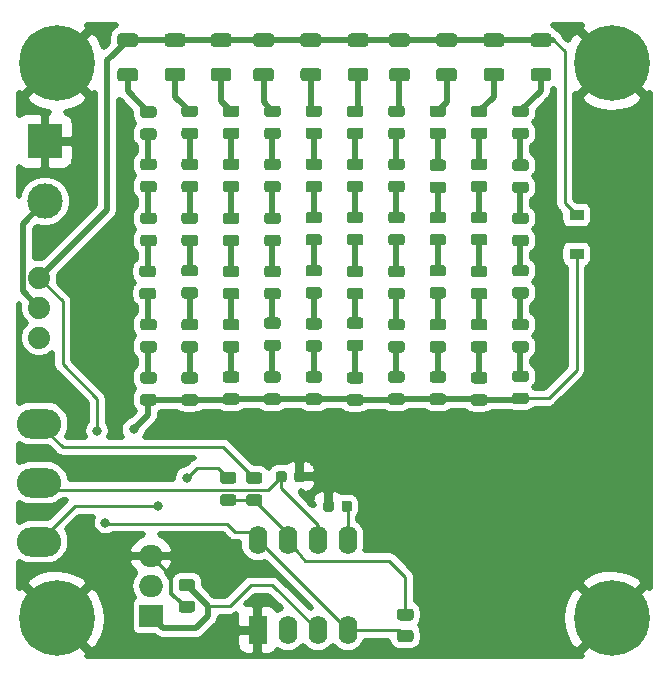
<source format=gbr>
G04 #@! TF.GenerationSoftware,KiCad,Pcbnew,(5.1.7)-1*
G04 #@! TF.CreationDate,2020-11-08T23:09:12+01:00*
G04 #@! TF.ProjectId,Red Power LED Board 50x50,52656420-506f-4776-9572-204c45442042,rev?*
G04 #@! TF.SameCoordinates,Original*
G04 #@! TF.FileFunction,Copper,L1,Top*
G04 #@! TF.FilePolarity,Positive*
%FSLAX46Y46*%
G04 Gerber Fmt 4.6, Leading zero omitted, Abs format (unit mm)*
G04 Created by KiCad (PCBNEW (5.1.7)-1) date 2020-11-08 23:09:12*
%MOMM*%
%LPD*%
G01*
G04 APERTURE LIST*
G04 #@! TA.AperFunction,ComponentPad*
%ADD10R,2.000000X1.905000*%
G04 #@! TD*
G04 #@! TA.AperFunction,ComponentPad*
%ADD11O,2.000000X1.905000*%
G04 #@! TD*
G04 #@! TA.AperFunction,SMDPad,CuDef*
%ADD12R,1.200000X0.900000*%
G04 #@! TD*
G04 #@! TA.AperFunction,ComponentPad*
%ADD13C,0.800000*%
G04 #@! TD*
G04 #@! TA.AperFunction,ComponentPad*
%ADD14C,6.400000*%
G04 #@! TD*
G04 #@! TA.AperFunction,ComponentPad*
%ADD15R,3.000000X3.000000*%
G04 #@! TD*
G04 #@! TA.AperFunction,ComponentPad*
%ADD16C,3.000000*%
G04 #@! TD*
G04 #@! TA.AperFunction,ComponentPad*
%ADD17O,3.750000X2.500000*%
G04 #@! TD*
G04 #@! TA.AperFunction,ComponentPad*
%ADD18C,1.879600*%
G04 #@! TD*
G04 #@! TA.AperFunction,ComponentPad*
%ADD19R,1.600000X2.400000*%
G04 #@! TD*
G04 #@! TA.AperFunction,ComponentPad*
%ADD20O,1.600000X2.400000*%
G04 #@! TD*
G04 #@! TA.AperFunction,ViaPad*
%ADD21C,0.800000*%
G04 #@! TD*
G04 #@! TA.AperFunction,Conductor*
%ADD22C,0.250000*%
G04 #@! TD*
G04 #@! TA.AperFunction,Conductor*
%ADD23C,0.350000*%
G04 #@! TD*
G04 #@! TA.AperFunction,Conductor*
%ADD24C,0.500000*%
G04 #@! TD*
G04 #@! TA.AperFunction,Conductor*
%ADD25C,0.508000*%
G04 #@! TD*
G04 #@! TA.AperFunction,Conductor*
%ADD26C,0.100000*%
G04 #@! TD*
G04 APERTURE END LIST*
D10*
X112000000Y-90800000D03*
D11*
X112000000Y-88260000D03*
X112000000Y-85720000D03*
G04 #@! TA.AperFunction,SMDPad,CuDef*
G36*
G01*
X124100000Y-79250000D02*
X124100000Y-78750000D01*
G75*
G02*
X124325000Y-78525000I225000J0D01*
G01*
X124775000Y-78525000D01*
G75*
G02*
X125000000Y-78750000I0J-225000D01*
G01*
X125000000Y-79250000D01*
G75*
G02*
X124775000Y-79475000I-225000J0D01*
G01*
X124325000Y-79475000D01*
G75*
G02*
X124100000Y-79250000I0J225000D01*
G01*
G37*
G04 #@! TD.AperFunction*
G04 #@! TA.AperFunction,SMDPad,CuDef*
G36*
G01*
X122550000Y-79250000D02*
X122550000Y-78750000D01*
G75*
G02*
X122775000Y-78525000I225000J0D01*
G01*
X123225000Y-78525000D01*
G75*
G02*
X123450000Y-78750000I0J-225000D01*
G01*
X123450000Y-79250000D01*
G75*
G02*
X123225000Y-79475000I-225000J0D01*
G01*
X122775000Y-79475000D01*
G75*
G02*
X122550000Y-79250000I0J225000D01*
G01*
G37*
G04 #@! TD.AperFunction*
G04 #@! TA.AperFunction,SMDPad,CuDef*
G36*
G01*
X129000000Y-81250000D02*
X129000000Y-81750000D01*
G75*
G02*
X128775000Y-81975000I-225000J0D01*
G01*
X128325000Y-81975000D01*
G75*
G02*
X128100000Y-81750000I0J225000D01*
G01*
X128100000Y-81250000D01*
G75*
G02*
X128325000Y-81025000I225000J0D01*
G01*
X128775000Y-81025000D01*
G75*
G02*
X129000000Y-81250000I0J-225000D01*
G01*
G37*
G04 #@! TD.AperFunction*
G04 #@! TA.AperFunction,SMDPad,CuDef*
G36*
G01*
X127450000Y-81250000D02*
X127450000Y-81750000D01*
G75*
G02*
X127225000Y-81975000I-225000J0D01*
G01*
X126775000Y-81975000D01*
G75*
G02*
X126550000Y-81750000I0J225000D01*
G01*
X126550000Y-81250000D01*
G75*
G02*
X126775000Y-81025000I225000J0D01*
G01*
X127225000Y-81025000D01*
G75*
G02*
X127450000Y-81250000I0J-225000D01*
G01*
G37*
G04 #@! TD.AperFunction*
G04 #@! TA.AperFunction,SMDPad,CuDef*
G36*
G01*
X112206250Y-48612500D02*
X111293750Y-48612500D01*
G75*
G02*
X111050000Y-48368750I0J243750D01*
G01*
X111050000Y-47881250D01*
G75*
G02*
X111293750Y-47637500I243750J0D01*
G01*
X112206250Y-47637500D01*
G75*
G02*
X112450000Y-47881250I0J-243750D01*
G01*
X112450000Y-48368750D01*
G75*
G02*
X112206250Y-48612500I-243750J0D01*
G01*
G37*
G04 #@! TD.AperFunction*
G04 #@! TA.AperFunction,SMDPad,CuDef*
G36*
G01*
X112206250Y-50487500D02*
X111293750Y-50487500D01*
G75*
G02*
X111050000Y-50243750I0J243750D01*
G01*
X111050000Y-49756250D01*
G75*
G02*
X111293750Y-49512500I243750J0D01*
G01*
X112206250Y-49512500D01*
G75*
G02*
X112450000Y-49756250I0J-243750D01*
G01*
X112450000Y-50243750D01*
G75*
G02*
X112206250Y-50487500I-243750J0D01*
G01*
G37*
G04 #@! TD.AperFunction*
G04 #@! TA.AperFunction,SMDPad,CuDef*
G36*
G01*
X115706250Y-50425000D02*
X114793750Y-50425000D01*
G75*
G02*
X114550000Y-50181250I0J243750D01*
G01*
X114550000Y-49693750D01*
G75*
G02*
X114793750Y-49450000I243750J0D01*
G01*
X115706250Y-49450000D01*
G75*
G02*
X115950000Y-49693750I0J-243750D01*
G01*
X115950000Y-50181250D01*
G75*
G02*
X115706250Y-50425000I-243750J0D01*
G01*
G37*
G04 #@! TD.AperFunction*
G04 #@! TA.AperFunction,SMDPad,CuDef*
G36*
G01*
X115706250Y-48550000D02*
X114793750Y-48550000D01*
G75*
G02*
X114550000Y-48306250I0J243750D01*
G01*
X114550000Y-47818750D01*
G75*
G02*
X114793750Y-47575000I243750J0D01*
G01*
X115706250Y-47575000D01*
G75*
G02*
X115950000Y-47818750I0J-243750D01*
G01*
X115950000Y-48306250D01*
G75*
G02*
X115706250Y-48550000I-243750J0D01*
G01*
G37*
G04 #@! TD.AperFunction*
G04 #@! TA.AperFunction,SMDPad,CuDef*
G36*
G01*
X119206250Y-48550000D02*
X118293750Y-48550000D01*
G75*
G02*
X118050000Y-48306250I0J243750D01*
G01*
X118050000Y-47818750D01*
G75*
G02*
X118293750Y-47575000I243750J0D01*
G01*
X119206250Y-47575000D01*
G75*
G02*
X119450000Y-47818750I0J-243750D01*
G01*
X119450000Y-48306250D01*
G75*
G02*
X119206250Y-48550000I-243750J0D01*
G01*
G37*
G04 #@! TD.AperFunction*
G04 #@! TA.AperFunction,SMDPad,CuDef*
G36*
G01*
X119206250Y-50425000D02*
X118293750Y-50425000D01*
G75*
G02*
X118050000Y-50181250I0J243750D01*
G01*
X118050000Y-49693750D01*
G75*
G02*
X118293750Y-49450000I243750J0D01*
G01*
X119206250Y-49450000D01*
G75*
G02*
X119450000Y-49693750I0J-243750D01*
G01*
X119450000Y-50181250D01*
G75*
G02*
X119206250Y-50425000I-243750J0D01*
G01*
G37*
G04 #@! TD.AperFunction*
G04 #@! TA.AperFunction,SMDPad,CuDef*
G36*
G01*
X122706250Y-50425000D02*
X121793750Y-50425000D01*
G75*
G02*
X121550000Y-50181250I0J243750D01*
G01*
X121550000Y-49693750D01*
G75*
G02*
X121793750Y-49450000I243750J0D01*
G01*
X122706250Y-49450000D01*
G75*
G02*
X122950000Y-49693750I0J-243750D01*
G01*
X122950000Y-50181250D01*
G75*
G02*
X122706250Y-50425000I-243750J0D01*
G01*
G37*
G04 #@! TD.AperFunction*
G04 #@! TA.AperFunction,SMDPad,CuDef*
G36*
G01*
X122706250Y-48550000D02*
X121793750Y-48550000D01*
G75*
G02*
X121550000Y-48306250I0J243750D01*
G01*
X121550000Y-47818750D01*
G75*
G02*
X121793750Y-47575000I243750J0D01*
G01*
X122706250Y-47575000D01*
G75*
G02*
X122950000Y-47818750I0J-243750D01*
G01*
X122950000Y-48306250D01*
G75*
G02*
X122706250Y-48550000I-243750J0D01*
G01*
G37*
G04 #@! TD.AperFunction*
G04 #@! TA.AperFunction,SMDPad,CuDef*
G36*
G01*
X126206250Y-48550000D02*
X125293750Y-48550000D01*
G75*
G02*
X125050000Y-48306250I0J243750D01*
G01*
X125050000Y-47818750D01*
G75*
G02*
X125293750Y-47575000I243750J0D01*
G01*
X126206250Y-47575000D01*
G75*
G02*
X126450000Y-47818750I0J-243750D01*
G01*
X126450000Y-48306250D01*
G75*
G02*
X126206250Y-48550000I-243750J0D01*
G01*
G37*
G04 #@! TD.AperFunction*
G04 #@! TA.AperFunction,SMDPad,CuDef*
G36*
G01*
X126206250Y-50425000D02*
X125293750Y-50425000D01*
G75*
G02*
X125050000Y-50181250I0J243750D01*
G01*
X125050000Y-49693750D01*
G75*
G02*
X125293750Y-49450000I243750J0D01*
G01*
X126206250Y-49450000D01*
G75*
G02*
X126450000Y-49693750I0J-243750D01*
G01*
X126450000Y-50181250D01*
G75*
G02*
X126206250Y-50425000I-243750J0D01*
G01*
G37*
G04 #@! TD.AperFunction*
G04 #@! TA.AperFunction,SMDPad,CuDef*
G36*
G01*
X129706250Y-50425000D02*
X128793750Y-50425000D01*
G75*
G02*
X128550000Y-50181250I0J243750D01*
G01*
X128550000Y-49693750D01*
G75*
G02*
X128793750Y-49450000I243750J0D01*
G01*
X129706250Y-49450000D01*
G75*
G02*
X129950000Y-49693750I0J-243750D01*
G01*
X129950000Y-50181250D01*
G75*
G02*
X129706250Y-50425000I-243750J0D01*
G01*
G37*
G04 #@! TD.AperFunction*
G04 #@! TA.AperFunction,SMDPad,CuDef*
G36*
G01*
X129706250Y-48550000D02*
X128793750Y-48550000D01*
G75*
G02*
X128550000Y-48306250I0J243750D01*
G01*
X128550000Y-47818750D01*
G75*
G02*
X128793750Y-47575000I243750J0D01*
G01*
X129706250Y-47575000D01*
G75*
G02*
X129950000Y-47818750I0J-243750D01*
G01*
X129950000Y-48306250D01*
G75*
G02*
X129706250Y-48550000I-243750J0D01*
G01*
G37*
G04 #@! TD.AperFunction*
G04 #@! TA.AperFunction,SMDPad,CuDef*
G36*
G01*
X133206250Y-48550000D02*
X132293750Y-48550000D01*
G75*
G02*
X132050000Y-48306250I0J243750D01*
G01*
X132050000Y-47818750D01*
G75*
G02*
X132293750Y-47575000I243750J0D01*
G01*
X133206250Y-47575000D01*
G75*
G02*
X133450000Y-47818750I0J-243750D01*
G01*
X133450000Y-48306250D01*
G75*
G02*
X133206250Y-48550000I-243750J0D01*
G01*
G37*
G04 #@! TD.AperFunction*
G04 #@! TA.AperFunction,SMDPad,CuDef*
G36*
G01*
X133206250Y-50425000D02*
X132293750Y-50425000D01*
G75*
G02*
X132050000Y-50181250I0J243750D01*
G01*
X132050000Y-49693750D01*
G75*
G02*
X132293750Y-49450000I243750J0D01*
G01*
X133206250Y-49450000D01*
G75*
G02*
X133450000Y-49693750I0J-243750D01*
G01*
X133450000Y-50181250D01*
G75*
G02*
X133206250Y-50425000I-243750J0D01*
G01*
G37*
G04 #@! TD.AperFunction*
G04 #@! TA.AperFunction,SMDPad,CuDef*
G36*
G01*
X136706250Y-48550000D02*
X135793750Y-48550000D01*
G75*
G02*
X135550000Y-48306250I0J243750D01*
G01*
X135550000Y-47818750D01*
G75*
G02*
X135793750Y-47575000I243750J0D01*
G01*
X136706250Y-47575000D01*
G75*
G02*
X136950000Y-47818750I0J-243750D01*
G01*
X136950000Y-48306250D01*
G75*
G02*
X136706250Y-48550000I-243750J0D01*
G01*
G37*
G04 #@! TD.AperFunction*
G04 #@! TA.AperFunction,SMDPad,CuDef*
G36*
G01*
X136706250Y-50425000D02*
X135793750Y-50425000D01*
G75*
G02*
X135550000Y-50181250I0J243750D01*
G01*
X135550000Y-49693750D01*
G75*
G02*
X135793750Y-49450000I243750J0D01*
G01*
X136706250Y-49450000D01*
G75*
G02*
X136950000Y-49693750I0J-243750D01*
G01*
X136950000Y-50181250D01*
G75*
G02*
X136706250Y-50425000I-243750J0D01*
G01*
G37*
G04 #@! TD.AperFunction*
G04 #@! TA.AperFunction,SMDPad,CuDef*
G36*
G01*
X140206250Y-50425000D02*
X139293750Y-50425000D01*
G75*
G02*
X139050000Y-50181250I0J243750D01*
G01*
X139050000Y-49693750D01*
G75*
G02*
X139293750Y-49450000I243750J0D01*
G01*
X140206250Y-49450000D01*
G75*
G02*
X140450000Y-49693750I0J-243750D01*
G01*
X140450000Y-50181250D01*
G75*
G02*
X140206250Y-50425000I-243750J0D01*
G01*
G37*
G04 #@! TD.AperFunction*
G04 #@! TA.AperFunction,SMDPad,CuDef*
G36*
G01*
X140206250Y-48550000D02*
X139293750Y-48550000D01*
G75*
G02*
X139050000Y-48306250I0J243750D01*
G01*
X139050000Y-47818750D01*
G75*
G02*
X139293750Y-47575000I243750J0D01*
G01*
X140206250Y-47575000D01*
G75*
G02*
X140450000Y-47818750I0J-243750D01*
G01*
X140450000Y-48306250D01*
G75*
G02*
X140206250Y-48550000I-243750J0D01*
G01*
G37*
G04 #@! TD.AperFunction*
G04 #@! TA.AperFunction,SMDPad,CuDef*
G36*
G01*
X143706250Y-50425000D02*
X142793750Y-50425000D01*
G75*
G02*
X142550000Y-50181250I0J243750D01*
G01*
X142550000Y-49693750D01*
G75*
G02*
X142793750Y-49450000I243750J0D01*
G01*
X143706250Y-49450000D01*
G75*
G02*
X143950000Y-49693750I0J-243750D01*
G01*
X143950000Y-50181250D01*
G75*
G02*
X143706250Y-50425000I-243750J0D01*
G01*
G37*
G04 #@! TD.AperFunction*
G04 #@! TA.AperFunction,SMDPad,CuDef*
G36*
G01*
X143706250Y-48550000D02*
X142793750Y-48550000D01*
G75*
G02*
X142550000Y-48306250I0J243750D01*
G01*
X142550000Y-47818750D01*
G75*
G02*
X142793750Y-47575000I243750J0D01*
G01*
X143706250Y-47575000D01*
G75*
G02*
X143950000Y-47818750I0J-243750D01*
G01*
X143950000Y-48306250D01*
G75*
G02*
X143706250Y-48550000I-243750J0D01*
G01*
G37*
G04 #@! TD.AperFunction*
G04 #@! TA.AperFunction,SMDPad,CuDef*
G36*
G01*
X112206250Y-54925000D02*
X111293750Y-54925000D01*
G75*
G02*
X111050000Y-54681250I0J243750D01*
G01*
X111050000Y-54193750D01*
G75*
G02*
X111293750Y-53950000I243750J0D01*
G01*
X112206250Y-53950000D01*
G75*
G02*
X112450000Y-54193750I0J-243750D01*
G01*
X112450000Y-54681250D01*
G75*
G02*
X112206250Y-54925000I-243750J0D01*
G01*
G37*
G04 #@! TD.AperFunction*
G04 #@! TA.AperFunction,SMDPad,CuDef*
G36*
G01*
X112206250Y-53050000D02*
X111293750Y-53050000D01*
G75*
G02*
X111050000Y-52806250I0J243750D01*
G01*
X111050000Y-52318750D01*
G75*
G02*
X111293750Y-52075000I243750J0D01*
G01*
X112206250Y-52075000D01*
G75*
G02*
X112450000Y-52318750I0J-243750D01*
G01*
X112450000Y-52806250D01*
G75*
G02*
X112206250Y-53050000I-243750J0D01*
G01*
G37*
G04 #@! TD.AperFunction*
G04 #@! TA.AperFunction,SMDPad,CuDef*
G36*
G01*
X115706250Y-53050000D02*
X114793750Y-53050000D01*
G75*
G02*
X114550000Y-52806250I0J243750D01*
G01*
X114550000Y-52318750D01*
G75*
G02*
X114793750Y-52075000I243750J0D01*
G01*
X115706250Y-52075000D01*
G75*
G02*
X115950000Y-52318750I0J-243750D01*
G01*
X115950000Y-52806250D01*
G75*
G02*
X115706250Y-53050000I-243750J0D01*
G01*
G37*
G04 #@! TD.AperFunction*
G04 #@! TA.AperFunction,SMDPad,CuDef*
G36*
G01*
X115706250Y-54925000D02*
X114793750Y-54925000D01*
G75*
G02*
X114550000Y-54681250I0J243750D01*
G01*
X114550000Y-54193750D01*
G75*
G02*
X114793750Y-53950000I243750J0D01*
G01*
X115706250Y-53950000D01*
G75*
G02*
X115950000Y-54193750I0J-243750D01*
G01*
X115950000Y-54681250D01*
G75*
G02*
X115706250Y-54925000I-243750J0D01*
G01*
G37*
G04 #@! TD.AperFunction*
G04 #@! TA.AperFunction,SMDPad,CuDef*
G36*
G01*
X119206250Y-53050000D02*
X118293750Y-53050000D01*
G75*
G02*
X118050000Y-52806250I0J243750D01*
G01*
X118050000Y-52318750D01*
G75*
G02*
X118293750Y-52075000I243750J0D01*
G01*
X119206250Y-52075000D01*
G75*
G02*
X119450000Y-52318750I0J-243750D01*
G01*
X119450000Y-52806250D01*
G75*
G02*
X119206250Y-53050000I-243750J0D01*
G01*
G37*
G04 #@! TD.AperFunction*
G04 #@! TA.AperFunction,SMDPad,CuDef*
G36*
G01*
X119206250Y-54925000D02*
X118293750Y-54925000D01*
G75*
G02*
X118050000Y-54681250I0J243750D01*
G01*
X118050000Y-54193750D01*
G75*
G02*
X118293750Y-53950000I243750J0D01*
G01*
X119206250Y-53950000D01*
G75*
G02*
X119450000Y-54193750I0J-243750D01*
G01*
X119450000Y-54681250D01*
G75*
G02*
X119206250Y-54925000I-243750J0D01*
G01*
G37*
G04 #@! TD.AperFunction*
G04 #@! TA.AperFunction,SMDPad,CuDef*
G36*
G01*
X122706250Y-54925000D02*
X121793750Y-54925000D01*
G75*
G02*
X121550000Y-54681250I0J243750D01*
G01*
X121550000Y-54193750D01*
G75*
G02*
X121793750Y-53950000I243750J0D01*
G01*
X122706250Y-53950000D01*
G75*
G02*
X122950000Y-54193750I0J-243750D01*
G01*
X122950000Y-54681250D01*
G75*
G02*
X122706250Y-54925000I-243750J0D01*
G01*
G37*
G04 #@! TD.AperFunction*
G04 #@! TA.AperFunction,SMDPad,CuDef*
G36*
G01*
X122706250Y-53050000D02*
X121793750Y-53050000D01*
G75*
G02*
X121550000Y-52806250I0J243750D01*
G01*
X121550000Y-52318750D01*
G75*
G02*
X121793750Y-52075000I243750J0D01*
G01*
X122706250Y-52075000D01*
G75*
G02*
X122950000Y-52318750I0J-243750D01*
G01*
X122950000Y-52806250D01*
G75*
G02*
X122706250Y-53050000I-243750J0D01*
G01*
G37*
G04 #@! TD.AperFunction*
G04 #@! TA.AperFunction,SMDPad,CuDef*
G36*
G01*
X126206250Y-53050000D02*
X125293750Y-53050000D01*
G75*
G02*
X125050000Y-52806250I0J243750D01*
G01*
X125050000Y-52318750D01*
G75*
G02*
X125293750Y-52075000I243750J0D01*
G01*
X126206250Y-52075000D01*
G75*
G02*
X126450000Y-52318750I0J-243750D01*
G01*
X126450000Y-52806250D01*
G75*
G02*
X126206250Y-53050000I-243750J0D01*
G01*
G37*
G04 #@! TD.AperFunction*
G04 #@! TA.AperFunction,SMDPad,CuDef*
G36*
G01*
X126206250Y-54925000D02*
X125293750Y-54925000D01*
G75*
G02*
X125050000Y-54681250I0J243750D01*
G01*
X125050000Y-54193750D01*
G75*
G02*
X125293750Y-53950000I243750J0D01*
G01*
X126206250Y-53950000D01*
G75*
G02*
X126450000Y-54193750I0J-243750D01*
G01*
X126450000Y-54681250D01*
G75*
G02*
X126206250Y-54925000I-243750J0D01*
G01*
G37*
G04 #@! TD.AperFunction*
G04 #@! TA.AperFunction,SMDPad,CuDef*
G36*
G01*
X129706250Y-53050000D02*
X128793750Y-53050000D01*
G75*
G02*
X128550000Y-52806250I0J243750D01*
G01*
X128550000Y-52318750D01*
G75*
G02*
X128793750Y-52075000I243750J0D01*
G01*
X129706250Y-52075000D01*
G75*
G02*
X129950000Y-52318750I0J-243750D01*
G01*
X129950000Y-52806250D01*
G75*
G02*
X129706250Y-53050000I-243750J0D01*
G01*
G37*
G04 #@! TD.AperFunction*
G04 #@! TA.AperFunction,SMDPad,CuDef*
G36*
G01*
X129706250Y-54925000D02*
X128793750Y-54925000D01*
G75*
G02*
X128550000Y-54681250I0J243750D01*
G01*
X128550000Y-54193750D01*
G75*
G02*
X128793750Y-53950000I243750J0D01*
G01*
X129706250Y-53950000D01*
G75*
G02*
X129950000Y-54193750I0J-243750D01*
G01*
X129950000Y-54681250D01*
G75*
G02*
X129706250Y-54925000I-243750J0D01*
G01*
G37*
G04 #@! TD.AperFunction*
G04 #@! TA.AperFunction,SMDPad,CuDef*
G36*
G01*
X133206250Y-53050000D02*
X132293750Y-53050000D01*
G75*
G02*
X132050000Y-52806250I0J243750D01*
G01*
X132050000Y-52318750D01*
G75*
G02*
X132293750Y-52075000I243750J0D01*
G01*
X133206250Y-52075000D01*
G75*
G02*
X133450000Y-52318750I0J-243750D01*
G01*
X133450000Y-52806250D01*
G75*
G02*
X133206250Y-53050000I-243750J0D01*
G01*
G37*
G04 #@! TD.AperFunction*
G04 #@! TA.AperFunction,SMDPad,CuDef*
G36*
G01*
X133206250Y-54925000D02*
X132293750Y-54925000D01*
G75*
G02*
X132050000Y-54681250I0J243750D01*
G01*
X132050000Y-54193750D01*
G75*
G02*
X132293750Y-53950000I243750J0D01*
G01*
X133206250Y-53950000D01*
G75*
G02*
X133450000Y-54193750I0J-243750D01*
G01*
X133450000Y-54681250D01*
G75*
G02*
X133206250Y-54925000I-243750J0D01*
G01*
G37*
G04 #@! TD.AperFunction*
G04 #@! TA.AperFunction,SMDPad,CuDef*
G36*
G01*
X136706250Y-53112500D02*
X135793750Y-53112500D01*
G75*
G02*
X135550000Y-52868750I0J243750D01*
G01*
X135550000Y-52381250D01*
G75*
G02*
X135793750Y-52137500I243750J0D01*
G01*
X136706250Y-52137500D01*
G75*
G02*
X136950000Y-52381250I0J-243750D01*
G01*
X136950000Y-52868750D01*
G75*
G02*
X136706250Y-53112500I-243750J0D01*
G01*
G37*
G04 #@! TD.AperFunction*
G04 #@! TA.AperFunction,SMDPad,CuDef*
G36*
G01*
X136706250Y-54987500D02*
X135793750Y-54987500D01*
G75*
G02*
X135550000Y-54743750I0J243750D01*
G01*
X135550000Y-54256250D01*
G75*
G02*
X135793750Y-54012500I243750J0D01*
G01*
X136706250Y-54012500D01*
G75*
G02*
X136950000Y-54256250I0J-243750D01*
G01*
X136950000Y-54743750D01*
G75*
G02*
X136706250Y-54987500I-243750J0D01*
G01*
G37*
G04 #@! TD.AperFunction*
G04 #@! TA.AperFunction,SMDPad,CuDef*
G36*
G01*
X140206250Y-53050000D02*
X139293750Y-53050000D01*
G75*
G02*
X139050000Y-52806250I0J243750D01*
G01*
X139050000Y-52318750D01*
G75*
G02*
X139293750Y-52075000I243750J0D01*
G01*
X140206250Y-52075000D01*
G75*
G02*
X140450000Y-52318750I0J-243750D01*
G01*
X140450000Y-52806250D01*
G75*
G02*
X140206250Y-53050000I-243750J0D01*
G01*
G37*
G04 #@! TD.AperFunction*
G04 #@! TA.AperFunction,SMDPad,CuDef*
G36*
G01*
X140206250Y-54925000D02*
X139293750Y-54925000D01*
G75*
G02*
X139050000Y-54681250I0J243750D01*
G01*
X139050000Y-54193750D01*
G75*
G02*
X139293750Y-53950000I243750J0D01*
G01*
X140206250Y-53950000D01*
G75*
G02*
X140450000Y-54193750I0J-243750D01*
G01*
X140450000Y-54681250D01*
G75*
G02*
X140206250Y-54925000I-243750J0D01*
G01*
G37*
G04 #@! TD.AperFunction*
G04 #@! TA.AperFunction,SMDPad,CuDef*
G36*
G01*
X143706250Y-54987500D02*
X142793750Y-54987500D01*
G75*
G02*
X142550000Y-54743750I0J243750D01*
G01*
X142550000Y-54256250D01*
G75*
G02*
X142793750Y-54012500I243750J0D01*
G01*
X143706250Y-54012500D01*
G75*
G02*
X143950000Y-54256250I0J-243750D01*
G01*
X143950000Y-54743750D01*
G75*
G02*
X143706250Y-54987500I-243750J0D01*
G01*
G37*
G04 #@! TD.AperFunction*
G04 #@! TA.AperFunction,SMDPad,CuDef*
G36*
G01*
X143706250Y-53112500D02*
X142793750Y-53112500D01*
G75*
G02*
X142550000Y-52868750I0J243750D01*
G01*
X142550000Y-52381250D01*
G75*
G02*
X142793750Y-52137500I243750J0D01*
G01*
X143706250Y-52137500D01*
G75*
G02*
X143950000Y-52381250I0J-243750D01*
G01*
X143950000Y-52868750D01*
G75*
G02*
X143706250Y-53112500I-243750J0D01*
G01*
G37*
G04 #@! TD.AperFunction*
D12*
X148000000Y-60150000D03*
X148000000Y-56850000D03*
G04 #@! TA.AperFunction,SMDPad,CuDef*
G36*
G01*
X112206250Y-57612500D02*
X111293750Y-57612500D01*
G75*
G02*
X111050000Y-57368750I0J243750D01*
G01*
X111050000Y-56881250D01*
G75*
G02*
X111293750Y-56637500I243750J0D01*
G01*
X112206250Y-56637500D01*
G75*
G02*
X112450000Y-56881250I0J-243750D01*
G01*
X112450000Y-57368750D01*
G75*
G02*
X112206250Y-57612500I-243750J0D01*
G01*
G37*
G04 #@! TD.AperFunction*
G04 #@! TA.AperFunction,SMDPad,CuDef*
G36*
G01*
X112206250Y-59487500D02*
X111293750Y-59487500D01*
G75*
G02*
X111050000Y-59243750I0J243750D01*
G01*
X111050000Y-58756250D01*
G75*
G02*
X111293750Y-58512500I243750J0D01*
G01*
X112206250Y-58512500D01*
G75*
G02*
X112450000Y-58756250I0J-243750D01*
G01*
X112450000Y-59243750D01*
G75*
G02*
X112206250Y-59487500I-243750J0D01*
G01*
G37*
G04 #@! TD.AperFunction*
G04 #@! TA.AperFunction,SMDPad,CuDef*
G36*
G01*
X115706250Y-57612500D02*
X114793750Y-57612500D01*
G75*
G02*
X114550000Y-57368750I0J243750D01*
G01*
X114550000Y-56881250D01*
G75*
G02*
X114793750Y-56637500I243750J0D01*
G01*
X115706250Y-56637500D01*
G75*
G02*
X115950000Y-56881250I0J-243750D01*
G01*
X115950000Y-57368750D01*
G75*
G02*
X115706250Y-57612500I-243750J0D01*
G01*
G37*
G04 #@! TD.AperFunction*
G04 #@! TA.AperFunction,SMDPad,CuDef*
G36*
G01*
X115706250Y-59487500D02*
X114793750Y-59487500D01*
G75*
G02*
X114550000Y-59243750I0J243750D01*
G01*
X114550000Y-58756250D01*
G75*
G02*
X114793750Y-58512500I243750J0D01*
G01*
X115706250Y-58512500D01*
G75*
G02*
X115950000Y-58756250I0J-243750D01*
G01*
X115950000Y-59243750D01*
G75*
G02*
X115706250Y-59487500I-243750J0D01*
G01*
G37*
G04 #@! TD.AperFunction*
G04 #@! TA.AperFunction,SMDPad,CuDef*
G36*
G01*
X119206250Y-59487500D02*
X118293750Y-59487500D01*
G75*
G02*
X118050000Y-59243750I0J243750D01*
G01*
X118050000Y-58756250D01*
G75*
G02*
X118293750Y-58512500I243750J0D01*
G01*
X119206250Y-58512500D01*
G75*
G02*
X119450000Y-58756250I0J-243750D01*
G01*
X119450000Y-59243750D01*
G75*
G02*
X119206250Y-59487500I-243750J0D01*
G01*
G37*
G04 #@! TD.AperFunction*
G04 #@! TA.AperFunction,SMDPad,CuDef*
G36*
G01*
X119206250Y-57612500D02*
X118293750Y-57612500D01*
G75*
G02*
X118050000Y-57368750I0J243750D01*
G01*
X118050000Y-56881250D01*
G75*
G02*
X118293750Y-56637500I243750J0D01*
G01*
X119206250Y-56637500D01*
G75*
G02*
X119450000Y-56881250I0J-243750D01*
G01*
X119450000Y-57368750D01*
G75*
G02*
X119206250Y-57612500I-243750J0D01*
G01*
G37*
G04 #@! TD.AperFunction*
G04 #@! TA.AperFunction,SMDPad,CuDef*
G36*
G01*
X122706250Y-57612500D02*
X121793750Y-57612500D01*
G75*
G02*
X121550000Y-57368750I0J243750D01*
G01*
X121550000Y-56881250D01*
G75*
G02*
X121793750Y-56637500I243750J0D01*
G01*
X122706250Y-56637500D01*
G75*
G02*
X122950000Y-56881250I0J-243750D01*
G01*
X122950000Y-57368750D01*
G75*
G02*
X122706250Y-57612500I-243750J0D01*
G01*
G37*
G04 #@! TD.AperFunction*
G04 #@! TA.AperFunction,SMDPad,CuDef*
G36*
G01*
X122706250Y-59487500D02*
X121793750Y-59487500D01*
G75*
G02*
X121550000Y-59243750I0J243750D01*
G01*
X121550000Y-58756250D01*
G75*
G02*
X121793750Y-58512500I243750J0D01*
G01*
X122706250Y-58512500D01*
G75*
G02*
X122950000Y-58756250I0J-243750D01*
G01*
X122950000Y-59243750D01*
G75*
G02*
X122706250Y-59487500I-243750J0D01*
G01*
G37*
G04 #@! TD.AperFunction*
G04 #@! TA.AperFunction,SMDPad,CuDef*
G36*
G01*
X126206250Y-59425000D02*
X125293750Y-59425000D01*
G75*
G02*
X125050000Y-59181250I0J243750D01*
G01*
X125050000Y-58693750D01*
G75*
G02*
X125293750Y-58450000I243750J0D01*
G01*
X126206250Y-58450000D01*
G75*
G02*
X126450000Y-58693750I0J-243750D01*
G01*
X126450000Y-59181250D01*
G75*
G02*
X126206250Y-59425000I-243750J0D01*
G01*
G37*
G04 #@! TD.AperFunction*
G04 #@! TA.AperFunction,SMDPad,CuDef*
G36*
G01*
X126206250Y-57550000D02*
X125293750Y-57550000D01*
G75*
G02*
X125050000Y-57306250I0J243750D01*
G01*
X125050000Y-56818750D01*
G75*
G02*
X125293750Y-56575000I243750J0D01*
G01*
X126206250Y-56575000D01*
G75*
G02*
X126450000Y-56818750I0J-243750D01*
G01*
X126450000Y-57306250D01*
G75*
G02*
X126206250Y-57550000I-243750J0D01*
G01*
G37*
G04 #@! TD.AperFunction*
G04 #@! TA.AperFunction,SMDPad,CuDef*
G36*
G01*
X129706250Y-59425000D02*
X128793750Y-59425000D01*
G75*
G02*
X128550000Y-59181250I0J243750D01*
G01*
X128550000Y-58693750D01*
G75*
G02*
X128793750Y-58450000I243750J0D01*
G01*
X129706250Y-58450000D01*
G75*
G02*
X129950000Y-58693750I0J-243750D01*
G01*
X129950000Y-59181250D01*
G75*
G02*
X129706250Y-59425000I-243750J0D01*
G01*
G37*
G04 #@! TD.AperFunction*
G04 #@! TA.AperFunction,SMDPad,CuDef*
G36*
G01*
X129706250Y-57550000D02*
X128793750Y-57550000D01*
G75*
G02*
X128550000Y-57306250I0J243750D01*
G01*
X128550000Y-56818750D01*
G75*
G02*
X128793750Y-56575000I243750J0D01*
G01*
X129706250Y-56575000D01*
G75*
G02*
X129950000Y-56818750I0J-243750D01*
G01*
X129950000Y-57306250D01*
G75*
G02*
X129706250Y-57550000I-243750J0D01*
G01*
G37*
G04 #@! TD.AperFunction*
G04 #@! TA.AperFunction,SMDPad,CuDef*
G36*
G01*
X133206250Y-59425000D02*
X132293750Y-59425000D01*
G75*
G02*
X132050000Y-59181250I0J243750D01*
G01*
X132050000Y-58693750D01*
G75*
G02*
X132293750Y-58450000I243750J0D01*
G01*
X133206250Y-58450000D01*
G75*
G02*
X133450000Y-58693750I0J-243750D01*
G01*
X133450000Y-59181250D01*
G75*
G02*
X133206250Y-59425000I-243750J0D01*
G01*
G37*
G04 #@! TD.AperFunction*
G04 #@! TA.AperFunction,SMDPad,CuDef*
G36*
G01*
X133206250Y-57550000D02*
X132293750Y-57550000D01*
G75*
G02*
X132050000Y-57306250I0J243750D01*
G01*
X132050000Y-56818750D01*
G75*
G02*
X132293750Y-56575000I243750J0D01*
G01*
X133206250Y-56575000D01*
G75*
G02*
X133450000Y-56818750I0J-243750D01*
G01*
X133450000Y-57306250D01*
G75*
G02*
X133206250Y-57550000I-243750J0D01*
G01*
G37*
G04 #@! TD.AperFunction*
G04 #@! TA.AperFunction,SMDPad,CuDef*
G36*
G01*
X136706250Y-59425000D02*
X135793750Y-59425000D01*
G75*
G02*
X135550000Y-59181250I0J243750D01*
G01*
X135550000Y-58693750D01*
G75*
G02*
X135793750Y-58450000I243750J0D01*
G01*
X136706250Y-58450000D01*
G75*
G02*
X136950000Y-58693750I0J-243750D01*
G01*
X136950000Y-59181250D01*
G75*
G02*
X136706250Y-59425000I-243750J0D01*
G01*
G37*
G04 #@! TD.AperFunction*
G04 #@! TA.AperFunction,SMDPad,CuDef*
G36*
G01*
X136706250Y-57550000D02*
X135793750Y-57550000D01*
G75*
G02*
X135550000Y-57306250I0J243750D01*
G01*
X135550000Y-56818750D01*
G75*
G02*
X135793750Y-56575000I243750J0D01*
G01*
X136706250Y-56575000D01*
G75*
G02*
X136950000Y-56818750I0J-243750D01*
G01*
X136950000Y-57306250D01*
G75*
G02*
X136706250Y-57550000I-243750J0D01*
G01*
G37*
G04 #@! TD.AperFunction*
G04 #@! TA.AperFunction,SMDPad,CuDef*
G36*
G01*
X140206250Y-59425000D02*
X139293750Y-59425000D01*
G75*
G02*
X139050000Y-59181250I0J243750D01*
G01*
X139050000Y-58693750D01*
G75*
G02*
X139293750Y-58450000I243750J0D01*
G01*
X140206250Y-58450000D01*
G75*
G02*
X140450000Y-58693750I0J-243750D01*
G01*
X140450000Y-59181250D01*
G75*
G02*
X140206250Y-59425000I-243750J0D01*
G01*
G37*
G04 #@! TD.AperFunction*
G04 #@! TA.AperFunction,SMDPad,CuDef*
G36*
G01*
X140206250Y-57550000D02*
X139293750Y-57550000D01*
G75*
G02*
X139050000Y-57306250I0J243750D01*
G01*
X139050000Y-56818750D01*
G75*
G02*
X139293750Y-56575000I243750J0D01*
G01*
X140206250Y-56575000D01*
G75*
G02*
X140450000Y-56818750I0J-243750D01*
G01*
X140450000Y-57306250D01*
G75*
G02*
X140206250Y-57550000I-243750J0D01*
G01*
G37*
G04 #@! TD.AperFunction*
G04 #@! TA.AperFunction,SMDPad,CuDef*
G36*
G01*
X143706250Y-57612500D02*
X142793750Y-57612500D01*
G75*
G02*
X142550000Y-57368750I0J243750D01*
G01*
X142550000Y-56881250D01*
G75*
G02*
X142793750Y-56637500I243750J0D01*
G01*
X143706250Y-56637500D01*
G75*
G02*
X143950000Y-56881250I0J-243750D01*
G01*
X143950000Y-57368750D01*
G75*
G02*
X143706250Y-57612500I-243750J0D01*
G01*
G37*
G04 #@! TD.AperFunction*
G04 #@! TA.AperFunction,SMDPad,CuDef*
G36*
G01*
X143706250Y-59487500D02*
X142793750Y-59487500D01*
G75*
G02*
X142550000Y-59243750I0J243750D01*
G01*
X142550000Y-58756250D01*
G75*
G02*
X142793750Y-58512500I243750J0D01*
G01*
X143706250Y-58512500D01*
G75*
G02*
X143950000Y-58756250I0J-243750D01*
G01*
X143950000Y-59243750D01*
G75*
G02*
X143706250Y-59487500I-243750J0D01*
G01*
G37*
G04 #@! TD.AperFunction*
G04 #@! TA.AperFunction,SMDPad,CuDef*
G36*
G01*
X112143750Y-62112500D02*
X111231250Y-62112500D01*
G75*
G02*
X110987500Y-61868750I0J243750D01*
G01*
X110987500Y-61381250D01*
G75*
G02*
X111231250Y-61137500I243750J0D01*
G01*
X112143750Y-61137500D01*
G75*
G02*
X112387500Y-61381250I0J-243750D01*
G01*
X112387500Y-61868750D01*
G75*
G02*
X112143750Y-62112500I-243750J0D01*
G01*
G37*
G04 #@! TD.AperFunction*
G04 #@! TA.AperFunction,SMDPad,CuDef*
G36*
G01*
X112143750Y-63987500D02*
X111231250Y-63987500D01*
G75*
G02*
X110987500Y-63743750I0J243750D01*
G01*
X110987500Y-63256250D01*
G75*
G02*
X111231250Y-63012500I243750J0D01*
G01*
X112143750Y-63012500D01*
G75*
G02*
X112387500Y-63256250I0J-243750D01*
G01*
X112387500Y-63743750D01*
G75*
G02*
X112143750Y-63987500I-243750J0D01*
G01*
G37*
G04 #@! TD.AperFunction*
G04 #@! TA.AperFunction,SMDPad,CuDef*
G36*
G01*
X115706250Y-63925000D02*
X114793750Y-63925000D01*
G75*
G02*
X114550000Y-63681250I0J243750D01*
G01*
X114550000Y-63193750D01*
G75*
G02*
X114793750Y-62950000I243750J0D01*
G01*
X115706250Y-62950000D01*
G75*
G02*
X115950000Y-63193750I0J-243750D01*
G01*
X115950000Y-63681250D01*
G75*
G02*
X115706250Y-63925000I-243750J0D01*
G01*
G37*
G04 #@! TD.AperFunction*
G04 #@! TA.AperFunction,SMDPad,CuDef*
G36*
G01*
X115706250Y-62050000D02*
X114793750Y-62050000D01*
G75*
G02*
X114550000Y-61806250I0J243750D01*
G01*
X114550000Y-61318750D01*
G75*
G02*
X114793750Y-61075000I243750J0D01*
G01*
X115706250Y-61075000D01*
G75*
G02*
X115950000Y-61318750I0J-243750D01*
G01*
X115950000Y-61806250D01*
G75*
G02*
X115706250Y-62050000I-243750J0D01*
G01*
G37*
G04 #@! TD.AperFunction*
G04 #@! TA.AperFunction,SMDPad,CuDef*
G36*
G01*
X119206250Y-62112500D02*
X118293750Y-62112500D01*
G75*
G02*
X118050000Y-61868750I0J243750D01*
G01*
X118050000Y-61381250D01*
G75*
G02*
X118293750Y-61137500I243750J0D01*
G01*
X119206250Y-61137500D01*
G75*
G02*
X119450000Y-61381250I0J-243750D01*
G01*
X119450000Y-61868750D01*
G75*
G02*
X119206250Y-62112500I-243750J0D01*
G01*
G37*
G04 #@! TD.AperFunction*
G04 #@! TA.AperFunction,SMDPad,CuDef*
G36*
G01*
X119206250Y-63987500D02*
X118293750Y-63987500D01*
G75*
G02*
X118050000Y-63743750I0J243750D01*
G01*
X118050000Y-63256250D01*
G75*
G02*
X118293750Y-63012500I243750J0D01*
G01*
X119206250Y-63012500D01*
G75*
G02*
X119450000Y-63256250I0J-243750D01*
G01*
X119450000Y-63743750D01*
G75*
G02*
X119206250Y-63987500I-243750J0D01*
G01*
G37*
G04 #@! TD.AperFunction*
G04 #@! TA.AperFunction,SMDPad,CuDef*
G36*
G01*
X122706250Y-63987500D02*
X121793750Y-63987500D01*
G75*
G02*
X121550000Y-63743750I0J243750D01*
G01*
X121550000Y-63256250D01*
G75*
G02*
X121793750Y-63012500I243750J0D01*
G01*
X122706250Y-63012500D01*
G75*
G02*
X122950000Y-63256250I0J-243750D01*
G01*
X122950000Y-63743750D01*
G75*
G02*
X122706250Y-63987500I-243750J0D01*
G01*
G37*
G04 #@! TD.AperFunction*
G04 #@! TA.AperFunction,SMDPad,CuDef*
G36*
G01*
X122706250Y-62112500D02*
X121793750Y-62112500D01*
G75*
G02*
X121550000Y-61868750I0J243750D01*
G01*
X121550000Y-61381250D01*
G75*
G02*
X121793750Y-61137500I243750J0D01*
G01*
X122706250Y-61137500D01*
G75*
G02*
X122950000Y-61381250I0J-243750D01*
G01*
X122950000Y-61868750D01*
G75*
G02*
X122706250Y-62112500I-243750J0D01*
G01*
G37*
G04 #@! TD.AperFunction*
G04 #@! TA.AperFunction,SMDPad,CuDef*
G36*
G01*
X126206250Y-62050000D02*
X125293750Y-62050000D01*
G75*
G02*
X125050000Y-61806250I0J243750D01*
G01*
X125050000Y-61318750D01*
G75*
G02*
X125293750Y-61075000I243750J0D01*
G01*
X126206250Y-61075000D01*
G75*
G02*
X126450000Y-61318750I0J-243750D01*
G01*
X126450000Y-61806250D01*
G75*
G02*
X126206250Y-62050000I-243750J0D01*
G01*
G37*
G04 #@! TD.AperFunction*
G04 #@! TA.AperFunction,SMDPad,CuDef*
G36*
G01*
X126206250Y-63925000D02*
X125293750Y-63925000D01*
G75*
G02*
X125050000Y-63681250I0J243750D01*
G01*
X125050000Y-63193750D01*
G75*
G02*
X125293750Y-62950000I243750J0D01*
G01*
X126206250Y-62950000D01*
G75*
G02*
X126450000Y-63193750I0J-243750D01*
G01*
X126450000Y-63681250D01*
G75*
G02*
X126206250Y-63925000I-243750J0D01*
G01*
G37*
G04 #@! TD.AperFunction*
G04 #@! TA.AperFunction,SMDPad,CuDef*
G36*
G01*
X129706250Y-62112500D02*
X128793750Y-62112500D01*
G75*
G02*
X128550000Y-61868750I0J243750D01*
G01*
X128550000Y-61381250D01*
G75*
G02*
X128793750Y-61137500I243750J0D01*
G01*
X129706250Y-61137500D01*
G75*
G02*
X129950000Y-61381250I0J-243750D01*
G01*
X129950000Y-61868750D01*
G75*
G02*
X129706250Y-62112500I-243750J0D01*
G01*
G37*
G04 #@! TD.AperFunction*
G04 #@! TA.AperFunction,SMDPad,CuDef*
G36*
G01*
X129706250Y-63987500D02*
X128793750Y-63987500D01*
G75*
G02*
X128550000Y-63743750I0J243750D01*
G01*
X128550000Y-63256250D01*
G75*
G02*
X128793750Y-63012500I243750J0D01*
G01*
X129706250Y-63012500D01*
G75*
G02*
X129950000Y-63256250I0J-243750D01*
G01*
X129950000Y-63743750D01*
G75*
G02*
X129706250Y-63987500I-243750J0D01*
G01*
G37*
G04 #@! TD.AperFunction*
G04 #@! TA.AperFunction,SMDPad,CuDef*
G36*
G01*
X133206250Y-62112500D02*
X132293750Y-62112500D01*
G75*
G02*
X132050000Y-61868750I0J243750D01*
G01*
X132050000Y-61381250D01*
G75*
G02*
X132293750Y-61137500I243750J0D01*
G01*
X133206250Y-61137500D01*
G75*
G02*
X133450000Y-61381250I0J-243750D01*
G01*
X133450000Y-61868750D01*
G75*
G02*
X133206250Y-62112500I-243750J0D01*
G01*
G37*
G04 #@! TD.AperFunction*
G04 #@! TA.AperFunction,SMDPad,CuDef*
G36*
G01*
X133206250Y-63987500D02*
X132293750Y-63987500D01*
G75*
G02*
X132050000Y-63743750I0J243750D01*
G01*
X132050000Y-63256250D01*
G75*
G02*
X132293750Y-63012500I243750J0D01*
G01*
X133206250Y-63012500D01*
G75*
G02*
X133450000Y-63256250I0J-243750D01*
G01*
X133450000Y-63743750D01*
G75*
G02*
X133206250Y-63987500I-243750J0D01*
G01*
G37*
G04 #@! TD.AperFunction*
G04 #@! TA.AperFunction,SMDPad,CuDef*
G36*
G01*
X136706250Y-62050000D02*
X135793750Y-62050000D01*
G75*
G02*
X135550000Y-61806250I0J243750D01*
G01*
X135550000Y-61318750D01*
G75*
G02*
X135793750Y-61075000I243750J0D01*
G01*
X136706250Y-61075000D01*
G75*
G02*
X136950000Y-61318750I0J-243750D01*
G01*
X136950000Y-61806250D01*
G75*
G02*
X136706250Y-62050000I-243750J0D01*
G01*
G37*
G04 #@! TD.AperFunction*
G04 #@! TA.AperFunction,SMDPad,CuDef*
G36*
G01*
X136706250Y-63925000D02*
X135793750Y-63925000D01*
G75*
G02*
X135550000Y-63681250I0J243750D01*
G01*
X135550000Y-63193750D01*
G75*
G02*
X135793750Y-62950000I243750J0D01*
G01*
X136706250Y-62950000D01*
G75*
G02*
X136950000Y-63193750I0J-243750D01*
G01*
X136950000Y-63681250D01*
G75*
G02*
X136706250Y-63925000I-243750J0D01*
G01*
G37*
G04 #@! TD.AperFunction*
G04 #@! TA.AperFunction,SMDPad,CuDef*
G36*
G01*
X140206250Y-62112500D02*
X139293750Y-62112500D01*
G75*
G02*
X139050000Y-61868750I0J243750D01*
G01*
X139050000Y-61381250D01*
G75*
G02*
X139293750Y-61137500I243750J0D01*
G01*
X140206250Y-61137500D01*
G75*
G02*
X140450000Y-61381250I0J-243750D01*
G01*
X140450000Y-61868750D01*
G75*
G02*
X140206250Y-62112500I-243750J0D01*
G01*
G37*
G04 #@! TD.AperFunction*
G04 #@! TA.AperFunction,SMDPad,CuDef*
G36*
G01*
X140206250Y-63987500D02*
X139293750Y-63987500D01*
G75*
G02*
X139050000Y-63743750I0J243750D01*
G01*
X139050000Y-63256250D01*
G75*
G02*
X139293750Y-63012500I243750J0D01*
G01*
X140206250Y-63012500D01*
G75*
G02*
X140450000Y-63256250I0J-243750D01*
G01*
X140450000Y-63743750D01*
G75*
G02*
X140206250Y-63987500I-243750J0D01*
G01*
G37*
G04 #@! TD.AperFunction*
G04 #@! TA.AperFunction,SMDPad,CuDef*
G36*
G01*
X143706250Y-63925000D02*
X142793750Y-63925000D01*
G75*
G02*
X142550000Y-63681250I0J243750D01*
G01*
X142550000Y-63193750D01*
G75*
G02*
X142793750Y-62950000I243750J0D01*
G01*
X143706250Y-62950000D01*
G75*
G02*
X143950000Y-63193750I0J-243750D01*
G01*
X143950000Y-63681250D01*
G75*
G02*
X143706250Y-63925000I-243750J0D01*
G01*
G37*
G04 #@! TD.AperFunction*
G04 #@! TA.AperFunction,SMDPad,CuDef*
G36*
G01*
X143706250Y-62050000D02*
X142793750Y-62050000D01*
G75*
G02*
X142550000Y-61806250I0J243750D01*
G01*
X142550000Y-61318750D01*
G75*
G02*
X142793750Y-61075000I243750J0D01*
G01*
X143706250Y-61075000D01*
G75*
G02*
X143950000Y-61318750I0J-243750D01*
G01*
X143950000Y-61806250D01*
G75*
G02*
X143706250Y-62050000I-243750J0D01*
G01*
G37*
G04 #@! TD.AperFunction*
G04 #@! TA.AperFunction,SMDPad,CuDef*
G36*
G01*
X112206250Y-66612500D02*
X111293750Y-66612500D01*
G75*
G02*
X111050000Y-66368750I0J243750D01*
G01*
X111050000Y-65881250D01*
G75*
G02*
X111293750Y-65637500I243750J0D01*
G01*
X112206250Y-65637500D01*
G75*
G02*
X112450000Y-65881250I0J-243750D01*
G01*
X112450000Y-66368750D01*
G75*
G02*
X112206250Y-66612500I-243750J0D01*
G01*
G37*
G04 #@! TD.AperFunction*
G04 #@! TA.AperFunction,SMDPad,CuDef*
G36*
G01*
X112206250Y-68487500D02*
X111293750Y-68487500D01*
G75*
G02*
X111050000Y-68243750I0J243750D01*
G01*
X111050000Y-67756250D01*
G75*
G02*
X111293750Y-67512500I243750J0D01*
G01*
X112206250Y-67512500D01*
G75*
G02*
X112450000Y-67756250I0J-243750D01*
G01*
X112450000Y-68243750D01*
G75*
G02*
X112206250Y-68487500I-243750J0D01*
G01*
G37*
G04 #@! TD.AperFunction*
G04 #@! TA.AperFunction,SMDPad,CuDef*
G36*
G01*
X115706250Y-68487500D02*
X114793750Y-68487500D01*
G75*
G02*
X114550000Y-68243750I0J243750D01*
G01*
X114550000Y-67756250D01*
G75*
G02*
X114793750Y-67512500I243750J0D01*
G01*
X115706250Y-67512500D01*
G75*
G02*
X115950000Y-67756250I0J-243750D01*
G01*
X115950000Y-68243750D01*
G75*
G02*
X115706250Y-68487500I-243750J0D01*
G01*
G37*
G04 #@! TD.AperFunction*
G04 #@! TA.AperFunction,SMDPad,CuDef*
G36*
G01*
X115706250Y-66612500D02*
X114793750Y-66612500D01*
G75*
G02*
X114550000Y-66368750I0J243750D01*
G01*
X114550000Y-65881250D01*
G75*
G02*
X114793750Y-65637500I243750J0D01*
G01*
X115706250Y-65637500D01*
G75*
G02*
X115950000Y-65881250I0J-243750D01*
G01*
X115950000Y-66368750D01*
G75*
G02*
X115706250Y-66612500I-243750J0D01*
G01*
G37*
G04 #@! TD.AperFunction*
G04 #@! TA.AperFunction,SMDPad,CuDef*
G36*
G01*
X119206250Y-68487500D02*
X118293750Y-68487500D01*
G75*
G02*
X118050000Y-68243750I0J243750D01*
G01*
X118050000Y-67756250D01*
G75*
G02*
X118293750Y-67512500I243750J0D01*
G01*
X119206250Y-67512500D01*
G75*
G02*
X119450000Y-67756250I0J-243750D01*
G01*
X119450000Y-68243750D01*
G75*
G02*
X119206250Y-68487500I-243750J0D01*
G01*
G37*
G04 #@! TD.AperFunction*
G04 #@! TA.AperFunction,SMDPad,CuDef*
G36*
G01*
X119206250Y-66612500D02*
X118293750Y-66612500D01*
G75*
G02*
X118050000Y-66368750I0J243750D01*
G01*
X118050000Y-65881250D01*
G75*
G02*
X118293750Y-65637500I243750J0D01*
G01*
X119206250Y-65637500D01*
G75*
G02*
X119450000Y-65881250I0J-243750D01*
G01*
X119450000Y-66368750D01*
G75*
G02*
X119206250Y-66612500I-243750J0D01*
G01*
G37*
G04 #@! TD.AperFunction*
G04 #@! TA.AperFunction,SMDPad,CuDef*
G36*
G01*
X122706250Y-66487500D02*
X121793750Y-66487500D01*
G75*
G02*
X121550000Y-66243750I0J243750D01*
G01*
X121550000Y-65756250D01*
G75*
G02*
X121793750Y-65512500I243750J0D01*
G01*
X122706250Y-65512500D01*
G75*
G02*
X122950000Y-65756250I0J-243750D01*
G01*
X122950000Y-66243750D01*
G75*
G02*
X122706250Y-66487500I-243750J0D01*
G01*
G37*
G04 #@! TD.AperFunction*
G04 #@! TA.AperFunction,SMDPad,CuDef*
G36*
G01*
X122706250Y-68362500D02*
X121793750Y-68362500D01*
G75*
G02*
X121550000Y-68118750I0J243750D01*
G01*
X121550000Y-67631250D01*
G75*
G02*
X121793750Y-67387500I243750J0D01*
G01*
X122706250Y-67387500D01*
G75*
G02*
X122950000Y-67631250I0J-243750D01*
G01*
X122950000Y-68118750D01*
G75*
G02*
X122706250Y-68362500I-243750J0D01*
G01*
G37*
G04 #@! TD.AperFunction*
G04 #@! TA.AperFunction,SMDPad,CuDef*
G36*
G01*
X126206250Y-68425000D02*
X125293750Y-68425000D01*
G75*
G02*
X125050000Y-68181250I0J243750D01*
G01*
X125050000Y-67693750D01*
G75*
G02*
X125293750Y-67450000I243750J0D01*
G01*
X126206250Y-67450000D01*
G75*
G02*
X126450000Y-67693750I0J-243750D01*
G01*
X126450000Y-68181250D01*
G75*
G02*
X126206250Y-68425000I-243750J0D01*
G01*
G37*
G04 #@! TD.AperFunction*
G04 #@! TA.AperFunction,SMDPad,CuDef*
G36*
G01*
X126206250Y-66550000D02*
X125293750Y-66550000D01*
G75*
G02*
X125050000Y-66306250I0J243750D01*
G01*
X125050000Y-65818750D01*
G75*
G02*
X125293750Y-65575000I243750J0D01*
G01*
X126206250Y-65575000D01*
G75*
G02*
X126450000Y-65818750I0J-243750D01*
G01*
X126450000Y-66306250D01*
G75*
G02*
X126206250Y-66550000I-243750J0D01*
G01*
G37*
G04 #@! TD.AperFunction*
G04 #@! TA.AperFunction,SMDPad,CuDef*
G36*
G01*
X129706250Y-66487500D02*
X128793750Y-66487500D01*
G75*
G02*
X128550000Y-66243750I0J243750D01*
G01*
X128550000Y-65756250D01*
G75*
G02*
X128793750Y-65512500I243750J0D01*
G01*
X129706250Y-65512500D01*
G75*
G02*
X129950000Y-65756250I0J-243750D01*
G01*
X129950000Y-66243750D01*
G75*
G02*
X129706250Y-66487500I-243750J0D01*
G01*
G37*
G04 #@! TD.AperFunction*
G04 #@! TA.AperFunction,SMDPad,CuDef*
G36*
G01*
X129706250Y-68362500D02*
X128793750Y-68362500D01*
G75*
G02*
X128550000Y-68118750I0J243750D01*
G01*
X128550000Y-67631250D01*
G75*
G02*
X128793750Y-67387500I243750J0D01*
G01*
X129706250Y-67387500D01*
G75*
G02*
X129950000Y-67631250I0J-243750D01*
G01*
X129950000Y-68118750D01*
G75*
G02*
X129706250Y-68362500I-243750J0D01*
G01*
G37*
G04 #@! TD.AperFunction*
G04 #@! TA.AperFunction,SMDPad,CuDef*
G36*
G01*
X133206250Y-68487500D02*
X132293750Y-68487500D01*
G75*
G02*
X132050000Y-68243750I0J243750D01*
G01*
X132050000Y-67756250D01*
G75*
G02*
X132293750Y-67512500I243750J0D01*
G01*
X133206250Y-67512500D01*
G75*
G02*
X133450000Y-67756250I0J-243750D01*
G01*
X133450000Y-68243750D01*
G75*
G02*
X133206250Y-68487500I-243750J0D01*
G01*
G37*
G04 #@! TD.AperFunction*
G04 #@! TA.AperFunction,SMDPad,CuDef*
G36*
G01*
X133206250Y-66612500D02*
X132293750Y-66612500D01*
G75*
G02*
X132050000Y-66368750I0J243750D01*
G01*
X132050000Y-65881250D01*
G75*
G02*
X132293750Y-65637500I243750J0D01*
G01*
X133206250Y-65637500D01*
G75*
G02*
X133450000Y-65881250I0J-243750D01*
G01*
X133450000Y-66368750D01*
G75*
G02*
X133206250Y-66612500I-243750J0D01*
G01*
G37*
G04 #@! TD.AperFunction*
G04 #@! TA.AperFunction,SMDPad,CuDef*
G36*
G01*
X136706250Y-68487500D02*
X135793750Y-68487500D01*
G75*
G02*
X135550000Y-68243750I0J243750D01*
G01*
X135550000Y-67756250D01*
G75*
G02*
X135793750Y-67512500I243750J0D01*
G01*
X136706250Y-67512500D01*
G75*
G02*
X136950000Y-67756250I0J-243750D01*
G01*
X136950000Y-68243750D01*
G75*
G02*
X136706250Y-68487500I-243750J0D01*
G01*
G37*
G04 #@! TD.AperFunction*
G04 #@! TA.AperFunction,SMDPad,CuDef*
G36*
G01*
X136706250Y-66612500D02*
X135793750Y-66612500D01*
G75*
G02*
X135550000Y-66368750I0J243750D01*
G01*
X135550000Y-65881250D01*
G75*
G02*
X135793750Y-65637500I243750J0D01*
G01*
X136706250Y-65637500D01*
G75*
G02*
X136950000Y-65881250I0J-243750D01*
G01*
X136950000Y-66368750D01*
G75*
G02*
X136706250Y-66612500I-243750J0D01*
G01*
G37*
G04 #@! TD.AperFunction*
G04 #@! TA.AperFunction,SMDPad,CuDef*
G36*
G01*
X140206250Y-68487500D02*
X139293750Y-68487500D01*
G75*
G02*
X139050000Y-68243750I0J243750D01*
G01*
X139050000Y-67756250D01*
G75*
G02*
X139293750Y-67512500I243750J0D01*
G01*
X140206250Y-67512500D01*
G75*
G02*
X140450000Y-67756250I0J-243750D01*
G01*
X140450000Y-68243750D01*
G75*
G02*
X140206250Y-68487500I-243750J0D01*
G01*
G37*
G04 #@! TD.AperFunction*
G04 #@! TA.AperFunction,SMDPad,CuDef*
G36*
G01*
X140206250Y-66612500D02*
X139293750Y-66612500D01*
G75*
G02*
X139050000Y-66368750I0J243750D01*
G01*
X139050000Y-65881250D01*
G75*
G02*
X139293750Y-65637500I243750J0D01*
G01*
X140206250Y-65637500D01*
G75*
G02*
X140450000Y-65881250I0J-243750D01*
G01*
X140450000Y-66368750D01*
G75*
G02*
X140206250Y-66612500I-243750J0D01*
G01*
G37*
G04 #@! TD.AperFunction*
G04 #@! TA.AperFunction,SMDPad,CuDef*
G36*
G01*
X143706250Y-66612500D02*
X142793750Y-66612500D01*
G75*
G02*
X142550000Y-66368750I0J243750D01*
G01*
X142550000Y-65881250D01*
G75*
G02*
X142793750Y-65637500I243750J0D01*
G01*
X143706250Y-65637500D01*
G75*
G02*
X143950000Y-65881250I0J-243750D01*
G01*
X143950000Y-66368750D01*
G75*
G02*
X143706250Y-66612500I-243750J0D01*
G01*
G37*
G04 #@! TD.AperFunction*
G04 #@! TA.AperFunction,SMDPad,CuDef*
G36*
G01*
X143706250Y-68487500D02*
X142793750Y-68487500D01*
G75*
G02*
X142550000Y-68243750I0J243750D01*
G01*
X142550000Y-67756250D01*
G75*
G02*
X142793750Y-67512500I243750J0D01*
G01*
X143706250Y-67512500D01*
G75*
G02*
X143950000Y-67756250I0J-243750D01*
G01*
X143950000Y-68243750D01*
G75*
G02*
X143706250Y-68487500I-243750J0D01*
G01*
G37*
G04 #@! TD.AperFunction*
G04 #@! TA.AperFunction,SMDPad,CuDef*
G36*
G01*
X112206250Y-72987500D02*
X111293750Y-72987500D01*
G75*
G02*
X111050000Y-72743750I0J243750D01*
G01*
X111050000Y-72256250D01*
G75*
G02*
X111293750Y-72012500I243750J0D01*
G01*
X112206250Y-72012500D01*
G75*
G02*
X112450000Y-72256250I0J-243750D01*
G01*
X112450000Y-72743750D01*
G75*
G02*
X112206250Y-72987500I-243750J0D01*
G01*
G37*
G04 #@! TD.AperFunction*
G04 #@! TA.AperFunction,SMDPad,CuDef*
G36*
G01*
X112206250Y-71112500D02*
X111293750Y-71112500D01*
G75*
G02*
X111050000Y-70868750I0J243750D01*
G01*
X111050000Y-70381250D01*
G75*
G02*
X111293750Y-70137500I243750J0D01*
G01*
X112206250Y-70137500D01*
G75*
G02*
X112450000Y-70381250I0J-243750D01*
G01*
X112450000Y-70868750D01*
G75*
G02*
X112206250Y-71112500I-243750J0D01*
G01*
G37*
G04 #@! TD.AperFunction*
G04 #@! TA.AperFunction,SMDPad,CuDef*
G36*
G01*
X115706250Y-72987500D02*
X114793750Y-72987500D01*
G75*
G02*
X114550000Y-72743750I0J243750D01*
G01*
X114550000Y-72256250D01*
G75*
G02*
X114793750Y-72012500I243750J0D01*
G01*
X115706250Y-72012500D01*
G75*
G02*
X115950000Y-72256250I0J-243750D01*
G01*
X115950000Y-72743750D01*
G75*
G02*
X115706250Y-72987500I-243750J0D01*
G01*
G37*
G04 #@! TD.AperFunction*
G04 #@! TA.AperFunction,SMDPad,CuDef*
G36*
G01*
X115706250Y-71112500D02*
X114793750Y-71112500D01*
G75*
G02*
X114550000Y-70868750I0J243750D01*
G01*
X114550000Y-70381250D01*
G75*
G02*
X114793750Y-70137500I243750J0D01*
G01*
X115706250Y-70137500D01*
G75*
G02*
X115950000Y-70381250I0J-243750D01*
G01*
X115950000Y-70868750D01*
G75*
G02*
X115706250Y-71112500I-243750J0D01*
G01*
G37*
G04 #@! TD.AperFunction*
G04 #@! TA.AperFunction,SMDPad,CuDef*
G36*
G01*
X119206250Y-72925000D02*
X118293750Y-72925000D01*
G75*
G02*
X118050000Y-72681250I0J243750D01*
G01*
X118050000Y-72193750D01*
G75*
G02*
X118293750Y-71950000I243750J0D01*
G01*
X119206250Y-71950000D01*
G75*
G02*
X119450000Y-72193750I0J-243750D01*
G01*
X119450000Y-72681250D01*
G75*
G02*
X119206250Y-72925000I-243750J0D01*
G01*
G37*
G04 #@! TD.AperFunction*
G04 #@! TA.AperFunction,SMDPad,CuDef*
G36*
G01*
X119206250Y-71050000D02*
X118293750Y-71050000D01*
G75*
G02*
X118050000Y-70806250I0J243750D01*
G01*
X118050000Y-70318750D01*
G75*
G02*
X118293750Y-70075000I243750J0D01*
G01*
X119206250Y-70075000D01*
G75*
G02*
X119450000Y-70318750I0J-243750D01*
G01*
X119450000Y-70806250D01*
G75*
G02*
X119206250Y-71050000I-243750J0D01*
G01*
G37*
G04 #@! TD.AperFunction*
G04 #@! TA.AperFunction,SMDPad,CuDef*
G36*
G01*
X122706250Y-72925000D02*
X121793750Y-72925000D01*
G75*
G02*
X121550000Y-72681250I0J243750D01*
G01*
X121550000Y-72193750D01*
G75*
G02*
X121793750Y-71950000I243750J0D01*
G01*
X122706250Y-71950000D01*
G75*
G02*
X122950000Y-72193750I0J-243750D01*
G01*
X122950000Y-72681250D01*
G75*
G02*
X122706250Y-72925000I-243750J0D01*
G01*
G37*
G04 #@! TD.AperFunction*
G04 #@! TA.AperFunction,SMDPad,CuDef*
G36*
G01*
X122706250Y-71050000D02*
X121793750Y-71050000D01*
G75*
G02*
X121550000Y-70806250I0J243750D01*
G01*
X121550000Y-70318750D01*
G75*
G02*
X121793750Y-70075000I243750J0D01*
G01*
X122706250Y-70075000D01*
G75*
G02*
X122950000Y-70318750I0J-243750D01*
G01*
X122950000Y-70806250D01*
G75*
G02*
X122706250Y-71050000I-243750J0D01*
G01*
G37*
G04 #@! TD.AperFunction*
G04 #@! TA.AperFunction,SMDPad,CuDef*
G36*
G01*
X126206250Y-71050000D02*
X125293750Y-71050000D01*
G75*
G02*
X125050000Y-70806250I0J243750D01*
G01*
X125050000Y-70318750D01*
G75*
G02*
X125293750Y-70075000I243750J0D01*
G01*
X126206250Y-70075000D01*
G75*
G02*
X126450000Y-70318750I0J-243750D01*
G01*
X126450000Y-70806250D01*
G75*
G02*
X126206250Y-71050000I-243750J0D01*
G01*
G37*
G04 #@! TD.AperFunction*
G04 #@! TA.AperFunction,SMDPad,CuDef*
G36*
G01*
X126206250Y-72925000D02*
X125293750Y-72925000D01*
G75*
G02*
X125050000Y-72681250I0J243750D01*
G01*
X125050000Y-72193750D01*
G75*
G02*
X125293750Y-71950000I243750J0D01*
G01*
X126206250Y-71950000D01*
G75*
G02*
X126450000Y-72193750I0J-243750D01*
G01*
X126450000Y-72681250D01*
G75*
G02*
X126206250Y-72925000I-243750J0D01*
G01*
G37*
G04 #@! TD.AperFunction*
G04 #@! TA.AperFunction,SMDPad,CuDef*
G36*
G01*
X129706250Y-72987500D02*
X128793750Y-72987500D01*
G75*
G02*
X128550000Y-72743750I0J243750D01*
G01*
X128550000Y-72256250D01*
G75*
G02*
X128793750Y-72012500I243750J0D01*
G01*
X129706250Y-72012500D01*
G75*
G02*
X129950000Y-72256250I0J-243750D01*
G01*
X129950000Y-72743750D01*
G75*
G02*
X129706250Y-72987500I-243750J0D01*
G01*
G37*
G04 #@! TD.AperFunction*
G04 #@! TA.AperFunction,SMDPad,CuDef*
G36*
G01*
X129706250Y-71112500D02*
X128793750Y-71112500D01*
G75*
G02*
X128550000Y-70868750I0J243750D01*
G01*
X128550000Y-70381250D01*
G75*
G02*
X128793750Y-70137500I243750J0D01*
G01*
X129706250Y-70137500D01*
G75*
G02*
X129950000Y-70381250I0J-243750D01*
G01*
X129950000Y-70868750D01*
G75*
G02*
X129706250Y-71112500I-243750J0D01*
G01*
G37*
G04 #@! TD.AperFunction*
G04 #@! TA.AperFunction,SMDPad,CuDef*
G36*
G01*
X133206250Y-72925000D02*
X132293750Y-72925000D01*
G75*
G02*
X132050000Y-72681250I0J243750D01*
G01*
X132050000Y-72193750D01*
G75*
G02*
X132293750Y-71950000I243750J0D01*
G01*
X133206250Y-71950000D01*
G75*
G02*
X133450000Y-72193750I0J-243750D01*
G01*
X133450000Y-72681250D01*
G75*
G02*
X133206250Y-72925000I-243750J0D01*
G01*
G37*
G04 #@! TD.AperFunction*
G04 #@! TA.AperFunction,SMDPad,CuDef*
G36*
G01*
X133206250Y-71050000D02*
X132293750Y-71050000D01*
G75*
G02*
X132050000Y-70806250I0J243750D01*
G01*
X132050000Y-70318750D01*
G75*
G02*
X132293750Y-70075000I243750J0D01*
G01*
X133206250Y-70075000D01*
G75*
G02*
X133450000Y-70318750I0J-243750D01*
G01*
X133450000Y-70806250D01*
G75*
G02*
X133206250Y-71050000I-243750J0D01*
G01*
G37*
G04 #@! TD.AperFunction*
G04 #@! TA.AperFunction,SMDPad,CuDef*
G36*
G01*
X136706250Y-71050000D02*
X135793750Y-71050000D01*
G75*
G02*
X135550000Y-70806250I0J243750D01*
G01*
X135550000Y-70318750D01*
G75*
G02*
X135793750Y-70075000I243750J0D01*
G01*
X136706250Y-70075000D01*
G75*
G02*
X136950000Y-70318750I0J-243750D01*
G01*
X136950000Y-70806250D01*
G75*
G02*
X136706250Y-71050000I-243750J0D01*
G01*
G37*
G04 #@! TD.AperFunction*
G04 #@! TA.AperFunction,SMDPad,CuDef*
G36*
G01*
X136706250Y-72925000D02*
X135793750Y-72925000D01*
G75*
G02*
X135550000Y-72681250I0J243750D01*
G01*
X135550000Y-72193750D01*
G75*
G02*
X135793750Y-71950000I243750J0D01*
G01*
X136706250Y-71950000D01*
G75*
G02*
X136950000Y-72193750I0J-243750D01*
G01*
X136950000Y-72681250D01*
G75*
G02*
X136706250Y-72925000I-243750J0D01*
G01*
G37*
G04 #@! TD.AperFunction*
G04 #@! TA.AperFunction,SMDPad,CuDef*
G36*
G01*
X140206250Y-71112500D02*
X139293750Y-71112500D01*
G75*
G02*
X139050000Y-70868750I0J243750D01*
G01*
X139050000Y-70381250D01*
G75*
G02*
X139293750Y-70137500I243750J0D01*
G01*
X140206250Y-70137500D01*
G75*
G02*
X140450000Y-70381250I0J-243750D01*
G01*
X140450000Y-70868750D01*
G75*
G02*
X140206250Y-71112500I-243750J0D01*
G01*
G37*
G04 #@! TD.AperFunction*
G04 #@! TA.AperFunction,SMDPad,CuDef*
G36*
G01*
X140206250Y-72987500D02*
X139293750Y-72987500D01*
G75*
G02*
X139050000Y-72743750I0J243750D01*
G01*
X139050000Y-72256250D01*
G75*
G02*
X139293750Y-72012500I243750J0D01*
G01*
X140206250Y-72012500D01*
G75*
G02*
X140450000Y-72256250I0J-243750D01*
G01*
X140450000Y-72743750D01*
G75*
G02*
X140206250Y-72987500I-243750J0D01*
G01*
G37*
G04 #@! TD.AperFunction*
G04 #@! TA.AperFunction,SMDPad,CuDef*
G36*
G01*
X143706250Y-72862500D02*
X142793750Y-72862500D01*
G75*
G02*
X142550000Y-72618750I0J243750D01*
G01*
X142550000Y-72131250D01*
G75*
G02*
X142793750Y-71887500I243750J0D01*
G01*
X143706250Y-71887500D01*
G75*
G02*
X143950000Y-72131250I0J-243750D01*
G01*
X143950000Y-72618750D01*
G75*
G02*
X143706250Y-72862500I-243750J0D01*
G01*
G37*
G04 #@! TD.AperFunction*
G04 #@! TA.AperFunction,SMDPad,CuDef*
G36*
G01*
X143706250Y-70987500D02*
X142793750Y-70987500D01*
G75*
G02*
X142550000Y-70743750I0J243750D01*
G01*
X142550000Y-70256250D01*
G75*
G02*
X142793750Y-70012500I243750J0D01*
G01*
X143706250Y-70012500D01*
G75*
G02*
X143950000Y-70256250I0J-243750D01*
G01*
X143950000Y-70743750D01*
G75*
G02*
X143706250Y-70987500I-243750J0D01*
G01*
G37*
G04 #@! TD.AperFunction*
G04 #@! TA.AperFunction,SMDPad,CuDef*
G36*
G01*
X120243750Y-80487500D02*
X121156250Y-80487500D01*
G75*
G02*
X121400000Y-80731250I0J-243750D01*
G01*
X121400000Y-81218750D01*
G75*
G02*
X121156250Y-81462500I-243750J0D01*
G01*
X120243750Y-81462500D01*
G75*
G02*
X120000000Y-81218750I0J243750D01*
G01*
X120000000Y-80731250D01*
G75*
G02*
X120243750Y-80487500I243750J0D01*
G01*
G37*
G04 #@! TD.AperFunction*
G04 #@! TA.AperFunction,SMDPad,CuDef*
G36*
G01*
X120243750Y-78612500D02*
X121156250Y-78612500D01*
G75*
G02*
X121400000Y-78856250I0J-243750D01*
G01*
X121400000Y-79343750D01*
G75*
G02*
X121156250Y-79587500I-243750J0D01*
G01*
X120243750Y-79587500D01*
G75*
G02*
X120000000Y-79343750I0J243750D01*
G01*
X120000000Y-78856250D01*
G75*
G02*
X120243750Y-78612500I243750J0D01*
G01*
G37*
G04 #@! TD.AperFunction*
G04 #@! TA.AperFunction,SMDPad,CuDef*
G36*
G01*
X118956250Y-81462500D02*
X118043750Y-81462500D01*
G75*
G02*
X117800000Y-81218750I0J243750D01*
G01*
X117800000Y-80731250D01*
G75*
G02*
X118043750Y-80487500I243750J0D01*
G01*
X118956250Y-80487500D01*
G75*
G02*
X119200000Y-80731250I0J-243750D01*
G01*
X119200000Y-81218750D01*
G75*
G02*
X118956250Y-81462500I-243750J0D01*
G01*
G37*
G04 #@! TD.AperFunction*
G04 #@! TA.AperFunction,SMDPad,CuDef*
G36*
G01*
X118956250Y-79587500D02*
X118043750Y-79587500D01*
G75*
G02*
X117800000Y-79343750I0J243750D01*
G01*
X117800000Y-78856250D01*
G75*
G02*
X118043750Y-78612500I243750J0D01*
G01*
X118956250Y-78612500D01*
G75*
G02*
X119200000Y-78856250I0J-243750D01*
G01*
X119200000Y-79343750D01*
G75*
G02*
X118956250Y-79587500I-243750J0D01*
G01*
G37*
G04 #@! TD.AperFunction*
D13*
X152697056Y-89302944D03*
X151000000Y-88600000D03*
X149302944Y-89302944D03*
X148600000Y-91000000D03*
X149302944Y-92697056D03*
X151000000Y-93400000D03*
X152697056Y-92697056D03*
X153400000Y-91000000D03*
D14*
X151000000Y-91000000D03*
X104000000Y-91000000D03*
D13*
X106400000Y-91000000D03*
X105697056Y-92697056D03*
X104000000Y-93400000D03*
X102302944Y-92697056D03*
X101600000Y-91000000D03*
X102302944Y-89302944D03*
X104000000Y-88600000D03*
X105697056Y-89302944D03*
X152697056Y-42302944D03*
X151000000Y-41600000D03*
X149302944Y-42302944D03*
X148600000Y-44000000D03*
X149302944Y-45697056D03*
X151000000Y-46400000D03*
X152697056Y-45697056D03*
X153400000Y-44000000D03*
D14*
X151000000Y-44000000D03*
X104000000Y-44000000D03*
D13*
X106400000Y-44000000D03*
X105697056Y-45697056D03*
X104000000Y-46400000D03*
X102302944Y-45697056D03*
X101600000Y-44000000D03*
X102302944Y-42302944D03*
X104000000Y-41600000D03*
X105697056Y-42302944D03*
D15*
X103000000Y-50600000D03*
D16*
X103000000Y-55680000D03*
G04 #@! TA.AperFunction,SMDPad,CuDef*
G36*
G01*
X109374999Y-41475000D02*
X110625001Y-41475000D01*
G75*
G02*
X110875000Y-41724999I0J-249999D01*
G01*
X110875000Y-42350001D01*
G75*
G02*
X110625001Y-42600000I-249999J0D01*
G01*
X109374999Y-42600000D01*
G75*
G02*
X109125000Y-42350001I0J249999D01*
G01*
X109125000Y-41724999D01*
G75*
G02*
X109374999Y-41475000I249999J0D01*
G01*
G37*
G04 #@! TD.AperFunction*
G04 #@! TA.AperFunction,SMDPad,CuDef*
G36*
G01*
X109374999Y-44400000D02*
X110625001Y-44400000D01*
G75*
G02*
X110875000Y-44649999I0J-249999D01*
G01*
X110875000Y-45275001D01*
G75*
G02*
X110625001Y-45525000I-249999J0D01*
G01*
X109374999Y-45525000D01*
G75*
G02*
X109125000Y-45275001I0J249999D01*
G01*
X109125000Y-44649999D01*
G75*
G02*
X109374999Y-44400000I249999J0D01*
G01*
G37*
G04 #@! TD.AperFunction*
G04 #@! TA.AperFunction,SMDPad,CuDef*
G36*
G01*
X113374999Y-44400000D02*
X114625001Y-44400000D01*
G75*
G02*
X114875000Y-44649999I0J-249999D01*
G01*
X114875000Y-45275001D01*
G75*
G02*
X114625001Y-45525000I-249999J0D01*
G01*
X113374999Y-45525000D01*
G75*
G02*
X113125000Y-45275001I0J249999D01*
G01*
X113125000Y-44649999D01*
G75*
G02*
X113374999Y-44400000I249999J0D01*
G01*
G37*
G04 #@! TD.AperFunction*
G04 #@! TA.AperFunction,SMDPad,CuDef*
G36*
G01*
X113374999Y-41475000D02*
X114625001Y-41475000D01*
G75*
G02*
X114875000Y-41724999I0J-249999D01*
G01*
X114875000Y-42350001D01*
G75*
G02*
X114625001Y-42600000I-249999J0D01*
G01*
X113374999Y-42600000D01*
G75*
G02*
X113125000Y-42350001I0J249999D01*
G01*
X113125000Y-41724999D01*
G75*
G02*
X113374999Y-41475000I249999J0D01*
G01*
G37*
G04 #@! TD.AperFunction*
G04 #@! TA.AperFunction,SMDPad,CuDef*
G36*
G01*
X117274999Y-41475000D02*
X118525001Y-41475000D01*
G75*
G02*
X118775000Y-41724999I0J-249999D01*
G01*
X118775000Y-42350001D01*
G75*
G02*
X118525001Y-42600000I-249999J0D01*
G01*
X117274999Y-42600000D01*
G75*
G02*
X117025000Y-42350001I0J249999D01*
G01*
X117025000Y-41724999D01*
G75*
G02*
X117274999Y-41475000I249999J0D01*
G01*
G37*
G04 #@! TD.AperFunction*
G04 #@! TA.AperFunction,SMDPad,CuDef*
G36*
G01*
X117274999Y-44400000D02*
X118525001Y-44400000D01*
G75*
G02*
X118775000Y-44649999I0J-249999D01*
G01*
X118775000Y-45275001D01*
G75*
G02*
X118525001Y-45525000I-249999J0D01*
G01*
X117274999Y-45525000D01*
G75*
G02*
X117025000Y-45275001I0J249999D01*
G01*
X117025000Y-44649999D01*
G75*
G02*
X117274999Y-44400000I249999J0D01*
G01*
G37*
G04 #@! TD.AperFunction*
G04 #@! TA.AperFunction,SMDPad,CuDef*
G36*
G01*
X120874999Y-44400000D02*
X122125001Y-44400000D01*
G75*
G02*
X122375000Y-44649999I0J-249999D01*
G01*
X122375000Y-45275001D01*
G75*
G02*
X122125001Y-45525000I-249999J0D01*
G01*
X120874999Y-45525000D01*
G75*
G02*
X120625000Y-45275001I0J249999D01*
G01*
X120625000Y-44649999D01*
G75*
G02*
X120874999Y-44400000I249999J0D01*
G01*
G37*
G04 #@! TD.AperFunction*
G04 #@! TA.AperFunction,SMDPad,CuDef*
G36*
G01*
X120874999Y-41475000D02*
X122125001Y-41475000D01*
G75*
G02*
X122375000Y-41724999I0J-249999D01*
G01*
X122375000Y-42350001D01*
G75*
G02*
X122125001Y-42600000I-249999J0D01*
G01*
X120874999Y-42600000D01*
G75*
G02*
X120625000Y-42350001I0J249999D01*
G01*
X120625000Y-41724999D01*
G75*
G02*
X120874999Y-41475000I249999J0D01*
G01*
G37*
G04 #@! TD.AperFunction*
G04 #@! TA.AperFunction,SMDPad,CuDef*
G36*
G01*
X124874999Y-41475000D02*
X126125001Y-41475000D01*
G75*
G02*
X126375000Y-41724999I0J-249999D01*
G01*
X126375000Y-42350001D01*
G75*
G02*
X126125001Y-42600000I-249999J0D01*
G01*
X124874999Y-42600000D01*
G75*
G02*
X124625000Y-42350001I0J249999D01*
G01*
X124625000Y-41724999D01*
G75*
G02*
X124874999Y-41475000I249999J0D01*
G01*
G37*
G04 #@! TD.AperFunction*
G04 #@! TA.AperFunction,SMDPad,CuDef*
G36*
G01*
X124874999Y-44400000D02*
X126125001Y-44400000D01*
G75*
G02*
X126375000Y-44649999I0J-249999D01*
G01*
X126375000Y-45275001D01*
G75*
G02*
X126125001Y-45525000I-249999J0D01*
G01*
X124874999Y-45525000D01*
G75*
G02*
X124625000Y-45275001I0J249999D01*
G01*
X124625000Y-44649999D01*
G75*
G02*
X124874999Y-44400000I249999J0D01*
G01*
G37*
G04 #@! TD.AperFunction*
G04 #@! TA.AperFunction,SMDPad,CuDef*
G36*
G01*
X128874999Y-44400000D02*
X130125001Y-44400000D01*
G75*
G02*
X130375000Y-44649999I0J-249999D01*
G01*
X130375000Y-45275001D01*
G75*
G02*
X130125001Y-45525000I-249999J0D01*
G01*
X128874999Y-45525000D01*
G75*
G02*
X128625000Y-45275001I0J249999D01*
G01*
X128625000Y-44649999D01*
G75*
G02*
X128874999Y-44400000I249999J0D01*
G01*
G37*
G04 #@! TD.AperFunction*
G04 #@! TA.AperFunction,SMDPad,CuDef*
G36*
G01*
X128874999Y-41475000D02*
X130125001Y-41475000D01*
G75*
G02*
X130375000Y-41724999I0J-249999D01*
G01*
X130375000Y-42350001D01*
G75*
G02*
X130125001Y-42600000I-249999J0D01*
G01*
X128874999Y-42600000D01*
G75*
G02*
X128625000Y-42350001I0J249999D01*
G01*
X128625000Y-41724999D01*
G75*
G02*
X128874999Y-41475000I249999J0D01*
G01*
G37*
G04 #@! TD.AperFunction*
G04 #@! TA.AperFunction,SMDPad,CuDef*
G36*
G01*
X132374999Y-41475000D02*
X133625001Y-41475000D01*
G75*
G02*
X133875000Y-41724999I0J-249999D01*
G01*
X133875000Y-42350001D01*
G75*
G02*
X133625001Y-42600000I-249999J0D01*
G01*
X132374999Y-42600000D01*
G75*
G02*
X132125000Y-42350001I0J249999D01*
G01*
X132125000Y-41724999D01*
G75*
G02*
X132374999Y-41475000I249999J0D01*
G01*
G37*
G04 #@! TD.AperFunction*
G04 #@! TA.AperFunction,SMDPad,CuDef*
G36*
G01*
X132374999Y-44400000D02*
X133625001Y-44400000D01*
G75*
G02*
X133875000Y-44649999I0J-249999D01*
G01*
X133875000Y-45275001D01*
G75*
G02*
X133625001Y-45525000I-249999J0D01*
G01*
X132374999Y-45525000D01*
G75*
G02*
X132125000Y-45275001I0J249999D01*
G01*
X132125000Y-44649999D01*
G75*
G02*
X132374999Y-44400000I249999J0D01*
G01*
G37*
G04 #@! TD.AperFunction*
G04 #@! TA.AperFunction,SMDPad,CuDef*
G36*
G01*
X136374999Y-44400000D02*
X137625001Y-44400000D01*
G75*
G02*
X137875000Y-44649999I0J-249999D01*
G01*
X137875000Y-45275001D01*
G75*
G02*
X137625001Y-45525000I-249999J0D01*
G01*
X136374999Y-45525000D01*
G75*
G02*
X136125000Y-45275001I0J249999D01*
G01*
X136125000Y-44649999D01*
G75*
G02*
X136374999Y-44400000I249999J0D01*
G01*
G37*
G04 #@! TD.AperFunction*
G04 #@! TA.AperFunction,SMDPad,CuDef*
G36*
G01*
X136374999Y-41475000D02*
X137625001Y-41475000D01*
G75*
G02*
X137875000Y-41724999I0J-249999D01*
G01*
X137875000Y-42350001D01*
G75*
G02*
X137625001Y-42600000I-249999J0D01*
G01*
X136374999Y-42600000D01*
G75*
G02*
X136125000Y-42350001I0J249999D01*
G01*
X136125000Y-41724999D01*
G75*
G02*
X136374999Y-41475000I249999J0D01*
G01*
G37*
G04 #@! TD.AperFunction*
G04 #@! TA.AperFunction,SMDPad,CuDef*
G36*
G01*
X140374999Y-41475000D02*
X141625001Y-41475000D01*
G75*
G02*
X141875000Y-41724999I0J-249999D01*
G01*
X141875000Y-42350001D01*
G75*
G02*
X141625001Y-42600000I-249999J0D01*
G01*
X140374999Y-42600000D01*
G75*
G02*
X140125000Y-42350001I0J249999D01*
G01*
X140125000Y-41724999D01*
G75*
G02*
X140374999Y-41475000I249999J0D01*
G01*
G37*
G04 #@! TD.AperFunction*
G04 #@! TA.AperFunction,SMDPad,CuDef*
G36*
G01*
X140374999Y-44400000D02*
X141625001Y-44400000D01*
G75*
G02*
X141875000Y-44649999I0J-249999D01*
G01*
X141875000Y-45275001D01*
G75*
G02*
X141625001Y-45525000I-249999J0D01*
G01*
X140374999Y-45525000D01*
G75*
G02*
X140125000Y-45275001I0J249999D01*
G01*
X140125000Y-44649999D01*
G75*
G02*
X140374999Y-44400000I249999J0D01*
G01*
G37*
G04 #@! TD.AperFunction*
G04 #@! TA.AperFunction,SMDPad,CuDef*
G36*
G01*
X144374999Y-44400000D02*
X145625001Y-44400000D01*
G75*
G02*
X145875000Y-44649999I0J-249999D01*
G01*
X145875000Y-45275001D01*
G75*
G02*
X145625001Y-45525000I-249999J0D01*
G01*
X144374999Y-45525000D01*
G75*
G02*
X144125000Y-45275001I0J249999D01*
G01*
X144125000Y-44649999D01*
G75*
G02*
X144374999Y-44400000I249999J0D01*
G01*
G37*
G04 #@! TD.AperFunction*
G04 #@! TA.AperFunction,SMDPad,CuDef*
G36*
G01*
X144374999Y-41475000D02*
X145625001Y-41475000D01*
G75*
G02*
X145875000Y-41724999I0J-249999D01*
G01*
X145875000Y-42350001D01*
G75*
G02*
X145625001Y-42600000I-249999J0D01*
G01*
X144374999Y-42600000D01*
G75*
G02*
X144125000Y-42350001I0J249999D01*
G01*
X144125000Y-41724999D01*
G75*
G02*
X144374999Y-41475000I249999J0D01*
G01*
G37*
G04 #@! TD.AperFunction*
G04 #@! TA.AperFunction,SMDPad,CuDef*
G36*
G01*
X114549999Y-89487500D02*
X115450001Y-89487500D01*
G75*
G02*
X115700000Y-89737499I0J-249999D01*
G01*
X115700000Y-90262501D01*
G75*
G02*
X115450001Y-90512500I-249999J0D01*
G01*
X114549999Y-90512500D01*
G75*
G02*
X114300000Y-90262501I0J249999D01*
G01*
X114300000Y-89737499D01*
G75*
G02*
X114549999Y-89487500I249999J0D01*
G01*
G37*
G04 #@! TD.AperFunction*
G04 #@! TA.AperFunction,SMDPad,CuDef*
G36*
G01*
X114549999Y-87662500D02*
X115450001Y-87662500D01*
G75*
G02*
X115700000Y-87912499I0J-249999D01*
G01*
X115700000Y-88437501D01*
G75*
G02*
X115450001Y-88687500I-249999J0D01*
G01*
X114549999Y-88687500D01*
G75*
G02*
X114300000Y-88437501I0J249999D01*
G01*
X114300000Y-87912499D01*
G75*
G02*
X114549999Y-87662500I249999J0D01*
G01*
G37*
G04 #@! TD.AperFunction*
G04 #@! TA.AperFunction,SMDPad,CuDef*
G36*
G01*
X133950001Y-93012500D02*
X133049999Y-93012500D01*
G75*
G02*
X132800000Y-92762501I0J249999D01*
G01*
X132800000Y-92237499D01*
G75*
G02*
X133049999Y-91987500I249999J0D01*
G01*
X133950001Y-91987500D01*
G75*
G02*
X134200000Y-92237499I0J-249999D01*
G01*
X134200000Y-92762501D01*
G75*
G02*
X133950001Y-93012500I-249999J0D01*
G01*
G37*
G04 #@! TD.AperFunction*
G04 #@! TA.AperFunction,SMDPad,CuDef*
G36*
G01*
X133950001Y-91187500D02*
X133049999Y-91187500D01*
G75*
G02*
X132800000Y-90937501I0J249999D01*
G01*
X132800000Y-90412499D01*
G75*
G02*
X133049999Y-90162500I249999J0D01*
G01*
X133950001Y-90162500D01*
G75*
G02*
X134200000Y-90412499I0J-249999D01*
G01*
X134200000Y-90937501D01*
G75*
G02*
X133950001Y-91187500I-249999J0D01*
G01*
G37*
G04 #@! TD.AperFunction*
D17*
X102500000Y-84500000D03*
X102500000Y-79500000D03*
X102500000Y-74500000D03*
D18*
X102500000Y-62160000D03*
X102500000Y-64700000D03*
X102500000Y-67240000D03*
D19*
X121000000Y-92000000D03*
D20*
X128620000Y-84380000D03*
X123540000Y-92000000D03*
X126080000Y-84380000D03*
X126080000Y-92000000D03*
X123540000Y-84380000D03*
X128620000Y-92000000D03*
X121000000Y-84380000D03*
D21*
X107600000Y-59600000D03*
X106200000Y-83600000D03*
X105600000Y-78000000D03*
X108200000Y-70600000D03*
X103200000Y-71800000D03*
X102000000Y-82000000D03*
X105600000Y-53100000D03*
X108100000Y-82900000D03*
X107400000Y-75100000D03*
X115000000Y-79100000D03*
X112600000Y-81500000D03*
X110500000Y-75000000D03*
D22*
X126080000Y-84380000D02*
X126080000Y-83080000D01*
X123000000Y-80000000D02*
X123000000Y-79000000D01*
X126080000Y-83080000D02*
X123000000Y-80000000D01*
X102912510Y-79912510D02*
X102500000Y-79500000D01*
X103100000Y-80100000D02*
X102500000Y-79500000D01*
X121900000Y-80100000D02*
X103100000Y-80100000D01*
X123000000Y-79000000D02*
X121900000Y-80100000D01*
X112000000Y-86120000D02*
X112320000Y-86120000D01*
D23*
X113700000Y-87400000D02*
X113700000Y-88900000D01*
X113700000Y-88900000D02*
X115000000Y-90000000D01*
X112000000Y-85720000D02*
X113700000Y-87400000D01*
D22*
X128620000Y-81570000D02*
X128550000Y-81500000D01*
X128620000Y-84380000D02*
X128620000Y-81570000D01*
D24*
X111750000Y-50000000D02*
X111750000Y-52562500D01*
X110000000Y-46375000D02*
X111750000Y-48125000D01*
X110000000Y-44962500D02*
X110000000Y-46375000D01*
X114000000Y-46812500D02*
X115250000Y-48062500D01*
X114000000Y-44962500D02*
X114000000Y-46812500D01*
X115250000Y-49937500D02*
X115250000Y-52562500D01*
X117900000Y-47212500D02*
X118750000Y-48062500D01*
X117900000Y-44962500D02*
X117900000Y-47212500D01*
X118750000Y-52562500D02*
X118750000Y-49937500D01*
X122250000Y-49937500D02*
X122250000Y-52562500D01*
X121500000Y-47312500D02*
X122250000Y-48062500D01*
X121500000Y-44962500D02*
X121500000Y-47312500D01*
X125500000Y-47812500D02*
X125750000Y-48062500D01*
X125500000Y-44962500D02*
X125500000Y-47812500D01*
X125750000Y-49937500D02*
X125750000Y-52562500D01*
X129500000Y-47812500D02*
X129250000Y-48062500D01*
X129500000Y-44962500D02*
X129500000Y-47812500D01*
X129250000Y-49937500D02*
X129250000Y-52562500D01*
X132750000Y-49937500D02*
X132750000Y-52562500D01*
X133000000Y-47812500D02*
X132750000Y-48062500D01*
X133000000Y-44962500D02*
X133000000Y-47812500D01*
X136250000Y-49937500D02*
X136250000Y-52625000D01*
X137000000Y-47312500D02*
X136250000Y-48062500D01*
X137000000Y-44962500D02*
X137000000Y-47312500D01*
X141000000Y-46812500D02*
X139750000Y-48062500D01*
X141000000Y-44962500D02*
X141000000Y-46812500D01*
X139750000Y-49937500D02*
X139750000Y-52562500D01*
X143250000Y-49937500D02*
X143250000Y-52625000D01*
X145000000Y-46312500D02*
X143250000Y-48062500D01*
X145000000Y-44962500D02*
X145000000Y-46312500D01*
X111750000Y-54437500D02*
X111750000Y-57125000D01*
X115250000Y-54437500D02*
X115250000Y-57125000D01*
X118750000Y-54437500D02*
X118750000Y-57125000D01*
X122250000Y-54437500D02*
X122250000Y-57125000D01*
X125750000Y-54437500D02*
X125750000Y-57062500D01*
X129250000Y-54437500D02*
X129250000Y-57062500D01*
X132750000Y-54437500D02*
X132750000Y-57062500D01*
X136250000Y-54500000D02*
X136250000Y-57062500D01*
X139750000Y-54437500D02*
X139750000Y-57062500D01*
X143250000Y-54500000D02*
X143250000Y-57125000D01*
X110000000Y-42037500D02*
X114000000Y-42037500D01*
X114000000Y-42037500D02*
X117900000Y-42037500D01*
X117900000Y-42037500D02*
X121500000Y-42037500D01*
X121500000Y-42037500D02*
X125500000Y-42037500D01*
X125500000Y-42037500D02*
X129500000Y-42037500D01*
X129500000Y-42037500D02*
X133000000Y-42037500D01*
X133000000Y-42037500D02*
X137000000Y-42037500D01*
X137000000Y-42037500D02*
X141000000Y-42037500D01*
X141000000Y-42037500D02*
X145000000Y-42037500D01*
X145000000Y-42037500D02*
X146037500Y-42037500D01*
D22*
X147000000Y-55850000D02*
X148000000Y-56850000D01*
X147000000Y-43000000D02*
X147000000Y-55850000D01*
X146037500Y-42037500D02*
X147000000Y-43000000D01*
D24*
X110000000Y-42037500D02*
X108674990Y-43362510D01*
D22*
X128620000Y-92000000D02*
X123620000Y-87000000D01*
X123620000Y-87000000D02*
X121000000Y-84380000D01*
X133000000Y-92000000D02*
X133500000Y-92500000D01*
X128620000Y-92000000D02*
X133000000Y-92000000D01*
X120302499Y-83682499D02*
X119082499Y-83682499D01*
X121000000Y-84380000D02*
X120302499Y-83682499D01*
X119082499Y-83682499D02*
X118400000Y-83000000D01*
X108200000Y-83000000D02*
X108100000Y-82900000D01*
X118400000Y-83000000D02*
X108200000Y-83000000D01*
X107400000Y-75100000D02*
X107400000Y-72400000D01*
X107400000Y-72400000D02*
X104500000Y-69500000D01*
X104500000Y-64160000D02*
X102500000Y-62160000D01*
X104500000Y-69500000D02*
X104500000Y-64160000D01*
D24*
X108674990Y-43362510D02*
X108637490Y-43362510D01*
X108637490Y-43362510D02*
X108250000Y-43750000D01*
X108250000Y-56410000D02*
X102500000Y-62160000D01*
X108250000Y-43750000D02*
X108250000Y-56410000D01*
X111750000Y-61562500D02*
X111687500Y-61625000D01*
X111750000Y-59000000D02*
X111750000Y-61562500D01*
X115250000Y-59000000D02*
X115250000Y-61562500D01*
X118750000Y-59000000D02*
X118750000Y-60750000D01*
X118750000Y-60750000D02*
X118750000Y-61625000D01*
X122250000Y-59000000D02*
X122250000Y-61625000D01*
X125750000Y-58937500D02*
X125750000Y-61562500D01*
X129250000Y-58937500D02*
X129250000Y-61625000D01*
X132750000Y-58937500D02*
X132750000Y-61625000D01*
X136250000Y-58937500D02*
X136250000Y-61562500D01*
X139750000Y-58937500D02*
X139750000Y-61625000D01*
X143250000Y-59000000D02*
X143250000Y-61562500D01*
X111687500Y-66062500D02*
X111750000Y-66125000D01*
X111687500Y-63500000D02*
X111687500Y-66062500D01*
X115250000Y-63437500D02*
X115250000Y-66125000D01*
X118750000Y-63500000D02*
X118750000Y-66125000D01*
X122250000Y-63500000D02*
X122250000Y-66000000D01*
X125750000Y-63437500D02*
X125750000Y-66062500D01*
X129250000Y-63500000D02*
X129250000Y-66000000D01*
X132750000Y-63500000D02*
X132750000Y-66125000D01*
X136250000Y-63437500D02*
X136250000Y-66125000D01*
X139750000Y-63500000D02*
X139750000Y-66125000D01*
X143250000Y-63437500D02*
X143250000Y-66125000D01*
X111750000Y-68000000D02*
X111750000Y-70625000D01*
X115250000Y-68000000D02*
X115250000Y-70625000D01*
X118750000Y-68000000D02*
X118750000Y-70562500D01*
X122250000Y-67875000D02*
X122250000Y-70562500D01*
X125750000Y-67937500D02*
X125750000Y-70562500D01*
X129250000Y-67875000D02*
X129250000Y-70625000D01*
X132750000Y-68000000D02*
X132750000Y-70562500D01*
X136250000Y-68000000D02*
X136250000Y-70562500D01*
X139750000Y-68000000D02*
X139750000Y-70625000D01*
X143250000Y-68000000D02*
X143250000Y-70500000D01*
D22*
X123540000Y-85251002D02*
X123540000Y-84380000D01*
X123540000Y-83815000D02*
X120700000Y-80975000D01*
X123540000Y-84380000D02*
X123540000Y-83815000D01*
X120700000Y-80975000D02*
X118500000Y-80975000D01*
X123540000Y-84380000D02*
X123540000Y-84540000D01*
X133500000Y-88600000D02*
X133500000Y-90675000D01*
X133500000Y-87500000D02*
X133500000Y-88600000D01*
X132100000Y-86100000D02*
X133500000Y-87500000D01*
X125000000Y-86100000D02*
X132100000Y-86100000D01*
X123540000Y-84380000D02*
X125000000Y-86100000D01*
X102500000Y-74500000D02*
X104500000Y-76500000D01*
X118100000Y-76500000D02*
X120700000Y-79100000D01*
X104500000Y-76500000D02*
X118100000Y-76500000D01*
X105500000Y-81500000D02*
X102500000Y-84500000D01*
X112600000Y-81500000D02*
X105500000Y-81500000D01*
X118500000Y-79100000D02*
X117650000Y-78250000D01*
X115850000Y-78250000D02*
X115000000Y-79100000D01*
X117650000Y-78250000D02*
X115850000Y-78250000D01*
D24*
X101110199Y-63310199D02*
X102500000Y-64700000D01*
X101110199Y-57569801D02*
X101110199Y-63310199D01*
X103000000Y-55680000D02*
X101110199Y-57569801D01*
D22*
X115000000Y-88175000D02*
X115000000Y-87760000D01*
X122255000Y-88175000D02*
X126080000Y-92000000D01*
D24*
X115000000Y-88175000D02*
X115000000Y-88160000D01*
X116800000Y-89975000D02*
X115000000Y-88175000D01*
D22*
X116800000Y-89975000D02*
X118625000Y-89975000D01*
X120425000Y-88175000D02*
X122255000Y-88175000D01*
X118625000Y-89975000D02*
X120425000Y-88175000D01*
D24*
X113000000Y-91800000D02*
X112000000Y-90800000D01*
X115800000Y-91800000D02*
X113000000Y-91800000D01*
X116800000Y-90800000D02*
X115800000Y-91800000D01*
X116800000Y-89975000D02*
X116800000Y-90800000D01*
D22*
X148000000Y-60150000D02*
X148000000Y-70000000D01*
X145625000Y-72375000D02*
X143250000Y-72375000D01*
X148000000Y-70000000D02*
X145625000Y-72375000D01*
D24*
X111750000Y-72500000D02*
X115250000Y-72500000D01*
X118687500Y-72500000D02*
X118750000Y-72437500D01*
X115250000Y-72500000D02*
X118687500Y-72500000D01*
X118750000Y-72437500D02*
X122250000Y-72437500D01*
X122250000Y-72437500D02*
X125750000Y-72437500D01*
X129187500Y-72437500D02*
X129250000Y-72500000D01*
X125750000Y-72437500D02*
X129187500Y-72437500D01*
X132687500Y-72500000D02*
X132750000Y-72437500D01*
X129250000Y-72500000D02*
X132687500Y-72500000D01*
X132750000Y-72437500D02*
X136250000Y-72437500D01*
X139687500Y-72437500D02*
X139750000Y-72500000D01*
X136250000Y-72437500D02*
X139687500Y-72437500D01*
X143125000Y-72500000D02*
X143250000Y-72375000D01*
X139750000Y-72500000D02*
X143125000Y-72500000D01*
X111750000Y-73750000D02*
X110500000Y-75000000D01*
X111750000Y-72500000D02*
X111750000Y-73750000D01*
D25*
X148277287Y-41106167D02*
X151000000Y-43828880D01*
X151014142Y-43814738D01*
X151185262Y-43985858D01*
X151171120Y-44000000D01*
X153893833Y-46722713D01*
X154213001Y-46540599D01*
X154213001Y-48961337D01*
X154213000Y-48961347D01*
X154213001Y-88459401D01*
X153893833Y-88277287D01*
X151171120Y-91000000D01*
X151185262Y-91014142D01*
X151014142Y-91185262D01*
X151000000Y-91171120D01*
X148277287Y-93893833D01*
X148459401Y-94213000D01*
X106540599Y-94213000D01*
X106722713Y-93893833D01*
X104000000Y-91171120D01*
X103985858Y-91185262D01*
X103814738Y-91014142D01*
X103828880Y-91000000D01*
X104171120Y-91000000D01*
X106893833Y-93722713D01*
X107487284Y-93384095D01*
X107588213Y-93200000D01*
X119191142Y-93200000D01*
X119210527Y-93396818D01*
X119267937Y-93586073D01*
X119361165Y-93760491D01*
X119486630Y-93913370D01*
X119639509Y-94038835D01*
X119813927Y-94132063D01*
X120003182Y-94189473D01*
X120200000Y-94208858D01*
X120628000Y-94204000D01*
X120879000Y-93953000D01*
X120879000Y-92121000D01*
X119447000Y-92121000D01*
X119196000Y-92372000D01*
X119191142Y-93200000D01*
X107588213Y-93200000D01*
X107885391Y-92657950D01*
X108134184Y-91868092D01*
X108224102Y-91044872D01*
X108151692Y-90219929D01*
X107919734Y-89424963D01*
X107537143Y-88690524D01*
X107487284Y-88615905D01*
X106893833Y-88277287D01*
X104171120Y-91000000D01*
X103828880Y-91000000D01*
X101106167Y-88277287D01*
X100787000Y-88459401D01*
X100787000Y-88106167D01*
X101277287Y-88106167D01*
X104000000Y-90828880D01*
X106722713Y-88106167D01*
X106384095Y-87512716D01*
X105657950Y-87114609D01*
X104868092Y-86865816D01*
X104044872Y-86775898D01*
X103219929Y-86848308D01*
X102424963Y-87080266D01*
X101690524Y-87462857D01*
X101615905Y-87512716D01*
X101277287Y-88106167D01*
X100787000Y-88106167D01*
X100787000Y-86199834D01*
X101101316Y-86367840D01*
X101480579Y-86482888D01*
X101776159Y-86512000D01*
X103223841Y-86512000D01*
X103519421Y-86482888D01*
X103898684Y-86367840D01*
X104248216Y-86181011D01*
X104554583Y-85929583D01*
X104806011Y-85623216D01*
X104992840Y-85273684D01*
X105107888Y-84894421D01*
X105146735Y-84500000D01*
X105107888Y-84105579D01*
X104992840Y-83726316D01*
X104830955Y-83423452D01*
X105867407Y-82387000D01*
X107054752Y-82387000D01*
X106982655Y-82561057D01*
X106938000Y-82785553D01*
X106938000Y-83014447D01*
X106982655Y-83238943D01*
X107070249Y-83450413D01*
X107197416Y-83640732D01*
X107359268Y-83802584D01*
X107549587Y-83929751D01*
X107761057Y-84017345D01*
X107985553Y-84062000D01*
X108214447Y-84062000D01*
X108438943Y-84017345D01*
X108650413Y-83929751D01*
X108714394Y-83887000D01*
X111290065Y-83887000D01*
X111207151Y-83912000D01*
X110868749Y-84092151D01*
X110571995Y-84334859D01*
X110328293Y-84630797D01*
X110147009Y-84968593D01*
X110042715Y-85295012D01*
X110251298Y-85599000D01*
X111879000Y-85599000D01*
X111879000Y-85579000D01*
X112121000Y-85579000D01*
X112121000Y-85599000D01*
X113748702Y-85599000D01*
X113957285Y-85295012D01*
X113852991Y-84968593D01*
X113671707Y-84630797D01*
X113428005Y-84334859D01*
X113131251Y-84092151D01*
X112792849Y-83912000D01*
X112709935Y-83887000D01*
X118032593Y-83887000D01*
X118424486Y-84278893D01*
X118452261Y-84312737D01*
X118587324Y-84423580D01*
X118741417Y-84505945D01*
X118908617Y-84556664D01*
X119038932Y-84569499D01*
X119038941Y-84569499D01*
X119082498Y-84573789D01*
X119126055Y-84569499D01*
X119438000Y-84569499D01*
X119438000Y-84856726D01*
X119460602Y-85086205D01*
X119549918Y-85380643D01*
X119694961Y-85651999D01*
X119890157Y-85889844D01*
X120128002Y-86085039D01*
X120399358Y-86230082D01*
X120693796Y-86319398D01*
X121000000Y-86349557D01*
X121306205Y-86319398D01*
X121596831Y-86231238D01*
X122961990Y-87596397D01*
X125507096Y-90141504D01*
X125483169Y-90148762D01*
X122913013Y-87578606D01*
X122885238Y-87544762D01*
X122750175Y-87433919D01*
X122596082Y-87351554D01*
X122428882Y-87300835D01*
X122298567Y-87288000D01*
X122255000Y-87283709D01*
X122211433Y-87288000D01*
X120468556Y-87288000D01*
X120424999Y-87283710D01*
X120381442Y-87288000D01*
X120381433Y-87288000D01*
X120251118Y-87300835D01*
X120083918Y-87351554D01*
X119929825Y-87433919D01*
X119794762Y-87544762D01*
X119766987Y-87578606D01*
X118257593Y-89088000D01*
X117344184Y-89088000D01*
X116465686Y-88209502D01*
X116465686Y-87912499D01*
X116446170Y-87714349D01*
X116388372Y-87523813D01*
X116294512Y-87348215D01*
X116168199Y-87194301D01*
X116014285Y-87067988D01*
X115838687Y-86974128D01*
X115648151Y-86916330D01*
X115450001Y-86896814D01*
X115210075Y-86896814D01*
X115173882Y-86885835D01*
X115000000Y-86868709D01*
X114826119Y-86885835D01*
X114789926Y-86896814D01*
X114549999Y-86896814D01*
X114351849Y-86916330D01*
X114161313Y-86974128D01*
X113985715Y-87067988D01*
X113831801Y-87194301D01*
X113705488Y-87348215D01*
X113611628Y-87523813D01*
X113606712Y-87540018D01*
X113479952Y-87302866D01*
X113361992Y-87159132D01*
X113428005Y-87105141D01*
X113671707Y-86809203D01*
X113852991Y-86471407D01*
X113957285Y-86144988D01*
X113748702Y-85841000D01*
X112121000Y-85841000D01*
X112121000Y-85861000D01*
X111879000Y-85861000D01*
X111879000Y-85841000D01*
X110251298Y-85841000D01*
X110042715Y-86144988D01*
X110147009Y-86471407D01*
X110328293Y-86809203D01*
X110571995Y-87105141D01*
X110638008Y-87159132D01*
X110520048Y-87302866D01*
X110360845Y-87600715D01*
X110262808Y-87923899D01*
X110229705Y-88260000D01*
X110262808Y-88596101D01*
X110360845Y-88919285D01*
X110520048Y-89217134D01*
X110538927Y-89240138D01*
X110458578Y-89306078D01*
X110363355Y-89422108D01*
X110292598Y-89554485D01*
X110249026Y-89698122D01*
X110234314Y-89847500D01*
X110234314Y-91752500D01*
X110249026Y-91901878D01*
X110292598Y-92045515D01*
X110363355Y-92177892D01*
X110458578Y-92293922D01*
X110574608Y-92389145D01*
X110706985Y-92459902D01*
X110850622Y-92503474D01*
X111000000Y-92518186D01*
X112280234Y-92518186D01*
X112280946Y-92519054D01*
X112319558Y-92550742D01*
X112319559Y-92550743D01*
X112435043Y-92645519D01*
X112567203Y-92716159D01*
X112610851Y-92739489D01*
X112801613Y-92797357D01*
X112950289Y-92812000D01*
X112950292Y-92812000D01*
X113000000Y-92816896D01*
X113049708Y-92812000D01*
X115750299Y-92812000D01*
X115800000Y-92816895D01*
X115849701Y-92812000D01*
X115849711Y-92812000D01*
X115998387Y-92797357D01*
X116189149Y-92739489D01*
X116364957Y-92645518D01*
X116435584Y-92587556D01*
X116480441Y-92550743D01*
X116480442Y-92550742D01*
X116519054Y-92519054D01*
X116550742Y-92480442D01*
X117480442Y-91550742D01*
X117519054Y-91519054D01*
X117562826Y-91465718D01*
X117645519Y-91364957D01*
X117739489Y-91189149D01*
X117750067Y-91154278D01*
X117797357Y-90998386D01*
X117810790Y-90862000D01*
X118581433Y-90862000D01*
X118625000Y-90866291D01*
X118668567Y-90862000D01*
X118798882Y-90849165D01*
X118966082Y-90798446D01*
X119120175Y-90716081D01*
X119206375Y-90645339D01*
X119191142Y-90800000D01*
X119196000Y-91628000D01*
X119447000Y-91879000D01*
X120879000Y-91879000D01*
X120879000Y-90047000D01*
X120628000Y-89796000D01*
X120200000Y-89791142D01*
X120048326Y-89806081D01*
X120792407Y-89062000D01*
X121887593Y-89062000D01*
X122967096Y-90141503D01*
X122939357Y-90149918D01*
X122668369Y-90294764D01*
X122638835Y-90239509D01*
X122513370Y-90086630D01*
X122360491Y-89961165D01*
X122186073Y-89867937D01*
X121996818Y-89810527D01*
X121800000Y-89791142D01*
X121372000Y-89796000D01*
X121121000Y-90047000D01*
X121121000Y-91879000D01*
X121141000Y-91879000D01*
X121141000Y-92121000D01*
X121121000Y-92121000D01*
X121121000Y-93953000D01*
X121372000Y-94204000D01*
X121800000Y-94208858D01*
X121996818Y-94189473D01*
X122186073Y-94132063D01*
X122360491Y-94038835D01*
X122513370Y-93913370D01*
X122638835Y-93760491D01*
X122668370Y-93705235D01*
X122939358Y-93850082D01*
X123233796Y-93939398D01*
X123540000Y-93969557D01*
X123846205Y-93939398D01*
X124140643Y-93850082D01*
X124411999Y-93705039D01*
X124649844Y-93509844D01*
X124810000Y-93314694D01*
X124970157Y-93509844D01*
X125208002Y-93705039D01*
X125479358Y-93850082D01*
X125773796Y-93939398D01*
X126080000Y-93969557D01*
X126386205Y-93939398D01*
X126680643Y-93850082D01*
X126951999Y-93705039D01*
X127189844Y-93509844D01*
X127350000Y-93314694D01*
X127510157Y-93509844D01*
X127748002Y-93705039D01*
X128019358Y-93850082D01*
X128313796Y-93939398D01*
X128620000Y-93969557D01*
X128926205Y-93939398D01*
X129220643Y-93850082D01*
X129491999Y-93705039D01*
X129729844Y-93509844D01*
X129925039Y-93271999D01*
X130070082Y-93000643D01*
X130104555Y-92887000D01*
X132046576Y-92887000D01*
X132053830Y-92960651D01*
X132111628Y-93151187D01*
X132205488Y-93326785D01*
X132331801Y-93480699D01*
X132485715Y-93607012D01*
X132661313Y-93700872D01*
X132851849Y-93758670D01*
X133049999Y-93778186D01*
X133950001Y-93778186D01*
X134148151Y-93758670D01*
X134338687Y-93700872D01*
X134514285Y-93607012D01*
X134668199Y-93480699D01*
X134794512Y-93326785D01*
X134888372Y-93151187D01*
X134946170Y-92960651D01*
X134965686Y-92762501D01*
X134965686Y-92237499D01*
X134946170Y-92039349D01*
X134888372Y-91848813D01*
X134794512Y-91673215D01*
X134724168Y-91587500D01*
X134794512Y-91501785D01*
X134888372Y-91326187D01*
X134946170Y-91135651D01*
X134963949Y-90955128D01*
X146775898Y-90955128D01*
X146848308Y-91780071D01*
X147080266Y-92575037D01*
X147462857Y-93309476D01*
X147512716Y-93384095D01*
X148106167Y-93722713D01*
X150828880Y-91000000D01*
X148106167Y-88277287D01*
X147512716Y-88615905D01*
X147114609Y-89342050D01*
X146865816Y-90131908D01*
X146775898Y-90955128D01*
X134963949Y-90955128D01*
X134965686Y-90937501D01*
X134965686Y-90412499D01*
X134946170Y-90214349D01*
X134888372Y-90023813D01*
X134794512Y-89848215D01*
X134668199Y-89694301D01*
X134514285Y-89567988D01*
X134387000Y-89499952D01*
X134387000Y-88106167D01*
X148277287Y-88106167D01*
X151000000Y-90828880D01*
X153722713Y-88106167D01*
X153384095Y-87512716D01*
X152657950Y-87114609D01*
X151868092Y-86865816D01*
X151044872Y-86775898D01*
X150219929Y-86848308D01*
X149424963Y-87080266D01*
X148690524Y-87462857D01*
X148615905Y-87512716D01*
X148277287Y-88106167D01*
X134387000Y-88106167D01*
X134387000Y-87543567D01*
X134391291Y-87500000D01*
X134374165Y-87326118D01*
X134366496Y-87300836D01*
X134323446Y-87158918D01*
X134241081Y-87004825D01*
X134237121Y-87000000D01*
X134158010Y-86903602D01*
X134158008Y-86903600D01*
X134130238Y-86869762D01*
X134096401Y-86841993D01*
X132758013Y-85503606D01*
X132730238Y-85469762D01*
X132595175Y-85358919D01*
X132441082Y-85276554D01*
X132273882Y-85225835D01*
X132143567Y-85213000D01*
X132100000Y-85208709D01*
X132056433Y-85213000D01*
X130120935Y-85213000D01*
X130159398Y-85086205D01*
X130182000Y-84856725D01*
X130182000Y-83903274D01*
X130159398Y-83673795D01*
X130070082Y-83379357D01*
X129925039Y-83108001D01*
X129729844Y-82870156D01*
X129507000Y-82687273D01*
X129507000Y-82412164D01*
X129598725Y-82300396D01*
X129690275Y-82129119D01*
X129746650Y-81943273D01*
X129765686Y-81750000D01*
X129765686Y-81250000D01*
X129746650Y-81056727D01*
X129690275Y-80870881D01*
X129598725Y-80699604D01*
X129475521Y-80549479D01*
X129325396Y-80426275D01*
X129154119Y-80334725D01*
X128968273Y-80278350D01*
X128775000Y-80259314D01*
X128325000Y-80259314D01*
X128131727Y-80278350D01*
X128125223Y-80280323D01*
X128010491Y-80186165D01*
X127836073Y-80092937D01*
X127646818Y-80035527D01*
X127450000Y-80016142D01*
X127372000Y-80021000D01*
X127121000Y-80272000D01*
X127121000Y-81379000D01*
X127141000Y-81379000D01*
X127141000Y-81621000D01*
X127121000Y-81621000D01*
X127121000Y-81641000D01*
X126879000Y-81641000D01*
X126879000Y-81621000D01*
X126859000Y-81621000D01*
X126859000Y-81379000D01*
X126879000Y-81379000D01*
X126879000Y-80272000D01*
X126628000Y-80021000D01*
X126550000Y-80016142D01*
X126353182Y-80035527D01*
X126163927Y-80092937D01*
X125989509Y-80186165D01*
X125836630Y-80311630D01*
X125711165Y-80464509D01*
X125617937Y-80638927D01*
X125560527Y-80828182D01*
X125541142Y-81025000D01*
X125546000Y-81128000D01*
X125796998Y-81378998D01*
X125633406Y-81378998D01*
X124671002Y-80416595D01*
X124671002Y-80228002D01*
X124922000Y-80479000D01*
X125000000Y-80483858D01*
X125196818Y-80464473D01*
X125386073Y-80407063D01*
X125560491Y-80313835D01*
X125713370Y-80188370D01*
X125838835Y-80035491D01*
X125932063Y-79861073D01*
X125989473Y-79671818D01*
X126008858Y-79475000D01*
X126004000Y-79372000D01*
X125753000Y-79121000D01*
X124671000Y-79121000D01*
X124671000Y-79141000D01*
X124429000Y-79141000D01*
X124429000Y-79121000D01*
X124409000Y-79121000D01*
X124409000Y-78879000D01*
X124429000Y-78879000D01*
X124429000Y-77772000D01*
X124671000Y-77772000D01*
X124671000Y-78879000D01*
X125753000Y-78879000D01*
X126004000Y-78628000D01*
X126008858Y-78525000D01*
X125989473Y-78328182D01*
X125932063Y-78138927D01*
X125838835Y-77964509D01*
X125713370Y-77811630D01*
X125560491Y-77686165D01*
X125386073Y-77592937D01*
X125196818Y-77535527D01*
X125000000Y-77516142D01*
X124922000Y-77521000D01*
X124671000Y-77772000D01*
X124429000Y-77772000D01*
X124178000Y-77521000D01*
X124100000Y-77516142D01*
X123903182Y-77535527D01*
X123713927Y-77592937D01*
X123539509Y-77686165D01*
X123424777Y-77780323D01*
X123418273Y-77778350D01*
X123225000Y-77759314D01*
X122775000Y-77759314D01*
X122581727Y-77778350D01*
X122395881Y-77834725D01*
X122224604Y-77926275D01*
X122074479Y-78049479D01*
X121951275Y-78199604D01*
X121937723Y-78224957D01*
X121870029Y-78142471D01*
X121717063Y-78016935D01*
X121542544Y-77923653D01*
X121353181Y-77866210D01*
X121156250Y-77846814D01*
X120701222Y-77846814D01*
X118758013Y-75903606D01*
X118730238Y-75869762D01*
X118595175Y-75758919D01*
X118441082Y-75676554D01*
X118273882Y-75625835D01*
X118143567Y-75613000D01*
X118100000Y-75608709D01*
X118056433Y-75613000D01*
X111487932Y-75613000D01*
X111529751Y-75550413D01*
X111617345Y-75338943D01*
X111623578Y-75307606D01*
X112430447Y-74500738D01*
X112469054Y-74469054D01*
X112500738Y-74430447D01*
X112500743Y-74430442D01*
X112595518Y-74314958D01*
X112689488Y-74139150D01*
X112689489Y-74139149D01*
X112747357Y-73948387D01*
X112762000Y-73799711D01*
X112762000Y-73799701D01*
X112766895Y-73750000D01*
X112762000Y-73700299D01*
X112762000Y-73585771D01*
X112767063Y-73583065D01*
X112853656Y-73512000D01*
X114146344Y-73512000D01*
X114232937Y-73583065D01*
X114407456Y-73676347D01*
X114596819Y-73733790D01*
X114793750Y-73753186D01*
X115706250Y-73753186D01*
X115903181Y-73733790D01*
X116092544Y-73676347D01*
X116267063Y-73583065D01*
X116353656Y-73512000D01*
X117722501Y-73512000D01*
X117732937Y-73520565D01*
X117907456Y-73613847D01*
X118096819Y-73671290D01*
X118293750Y-73690686D01*
X119206250Y-73690686D01*
X119403181Y-73671290D01*
X119592544Y-73613847D01*
X119767063Y-73520565D01*
X119853656Y-73449500D01*
X121146344Y-73449500D01*
X121232937Y-73520565D01*
X121407456Y-73613847D01*
X121596819Y-73671290D01*
X121793750Y-73690686D01*
X122706250Y-73690686D01*
X122903181Y-73671290D01*
X123092544Y-73613847D01*
X123267063Y-73520565D01*
X123353656Y-73449500D01*
X124646344Y-73449500D01*
X124732937Y-73520565D01*
X124907456Y-73613847D01*
X125096819Y-73671290D01*
X125293750Y-73690686D01*
X126206250Y-73690686D01*
X126403181Y-73671290D01*
X126592544Y-73613847D01*
X126767063Y-73520565D01*
X126853656Y-73449500D01*
X128073382Y-73449500D01*
X128079971Y-73457529D01*
X128232937Y-73583065D01*
X128407456Y-73676347D01*
X128596819Y-73733790D01*
X128793750Y-73753186D01*
X129706250Y-73753186D01*
X129903181Y-73733790D01*
X130092544Y-73676347D01*
X130267063Y-73583065D01*
X130353656Y-73512000D01*
X131722501Y-73512000D01*
X131732937Y-73520565D01*
X131907456Y-73613847D01*
X132096819Y-73671290D01*
X132293750Y-73690686D01*
X133206250Y-73690686D01*
X133403181Y-73671290D01*
X133592544Y-73613847D01*
X133767063Y-73520565D01*
X133853656Y-73449500D01*
X135146344Y-73449500D01*
X135232937Y-73520565D01*
X135407456Y-73613847D01*
X135596819Y-73671290D01*
X135793750Y-73690686D01*
X136706250Y-73690686D01*
X136903181Y-73671290D01*
X137092544Y-73613847D01*
X137267063Y-73520565D01*
X137353656Y-73449500D01*
X138573382Y-73449500D01*
X138579971Y-73457529D01*
X138732937Y-73583065D01*
X138907456Y-73676347D01*
X139096819Y-73733790D01*
X139293750Y-73753186D01*
X140206250Y-73753186D01*
X140403181Y-73733790D01*
X140592544Y-73676347D01*
X140767063Y-73583065D01*
X140853656Y-73512000D01*
X142333843Y-73512000D01*
X142407456Y-73551347D01*
X142596819Y-73608790D01*
X142793750Y-73628186D01*
X143706250Y-73628186D01*
X143903181Y-73608790D01*
X144092544Y-73551347D01*
X144267063Y-73458065D01*
X144420029Y-73332529D01*
X144477911Y-73262000D01*
X145581433Y-73262000D01*
X145625000Y-73266291D01*
X145668567Y-73262000D01*
X145798882Y-73249165D01*
X145966082Y-73198446D01*
X146120175Y-73116081D01*
X146255238Y-73005238D01*
X146283013Y-72971394D01*
X148596400Y-70658008D01*
X148630238Y-70630238D01*
X148741081Y-70495175D01*
X148823446Y-70341082D01*
X148874165Y-70173882D01*
X148887000Y-70043567D01*
X148887000Y-70043558D01*
X148891290Y-70000001D01*
X148887000Y-69956444D01*
X148887000Y-61309227D01*
X148893015Y-61307402D01*
X149025392Y-61236645D01*
X149141422Y-61141422D01*
X149236645Y-61025392D01*
X149307402Y-60893015D01*
X149350974Y-60749378D01*
X149365686Y-60600000D01*
X149365686Y-59700000D01*
X149350974Y-59550622D01*
X149307402Y-59406985D01*
X149236645Y-59274608D01*
X149141422Y-59158578D01*
X149025392Y-59063355D01*
X148893015Y-58992598D01*
X148749378Y-58949026D01*
X148600000Y-58934314D01*
X147400000Y-58934314D01*
X147250622Y-58949026D01*
X147106985Y-58992598D01*
X146974608Y-59063355D01*
X146858578Y-59158578D01*
X146763355Y-59274608D01*
X146692598Y-59406985D01*
X146649026Y-59550622D01*
X146634314Y-59700000D01*
X146634314Y-60600000D01*
X146649026Y-60749378D01*
X146692598Y-60893015D01*
X146763355Y-61025392D01*
X146858578Y-61141422D01*
X146974608Y-61236645D01*
X147106985Y-61307402D01*
X147113000Y-61309227D01*
X147113001Y-69632591D01*
X145257593Y-71488000D01*
X144477911Y-71488000D01*
X144436466Y-71437500D01*
X144545565Y-71304563D01*
X144638847Y-71130044D01*
X144696290Y-70940681D01*
X144715686Y-70743750D01*
X144715686Y-70256250D01*
X144696290Y-70059319D01*
X144638847Y-69869956D01*
X144545565Y-69695437D01*
X144420029Y-69542471D01*
X144267063Y-69416935D01*
X144262000Y-69414229D01*
X144262000Y-69085771D01*
X144267063Y-69083065D01*
X144420029Y-68957529D01*
X144545565Y-68804563D01*
X144638847Y-68630044D01*
X144696290Y-68440681D01*
X144715686Y-68243750D01*
X144715686Y-67756250D01*
X144696290Y-67559319D01*
X144638847Y-67369956D01*
X144545565Y-67195437D01*
X144436466Y-67062500D01*
X144545565Y-66929563D01*
X144638847Y-66755044D01*
X144696290Y-66565681D01*
X144715686Y-66368750D01*
X144715686Y-65881250D01*
X144696290Y-65684319D01*
X144638847Y-65494956D01*
X144545565Y-65320437D01*
X144420029Y-65167471D01*
X144267063Y-65041935D01*
X144262000Y-65039229D01*
X144262000Y-64523271D01*
X144267063Y-64520565D01*
X144420029Y-64395029D01*
X144545565Y-64242063D01*
X144638847Y-64067544D01*
X144696290Y-63878181D01*
X144715686Y-63681250D01*
X144715686Y-63193750D01*
X144696290Y-62996819D01*
X144638847Y-62807456D01*
X144545565Y-62632937D01*
X144436466Y-62500000D01*
X144545565Y-62367063D01*
X144638847Y-62192544D01*
X144696290Y-62003181D01*
X144715686Y-61806250D01*
X144715686Y-61318750D01*
X144696290Y-61121819D01*
X144638847Y-60932456D01*
X144545565Y-60757937D01*
X144420029Y-60604971D01*
X144267063Y-60479435D01*
X144262000Y-60476729D01*
X144262000Y-60085771D01*
X144267063Y-60083065D01*
X144420029Y-59957529D01*
X144545565Y-59804563D01*
X144638847Y-59630044D01*
X144696290Y-59440681D01*
X144715686Y-59243750D01*
X144715686Y-58756250D01*
X144696290Y-58559319D01*
X144638847Y-58369956D01*
X144545565Y-58195437D01*
X144436466Y-58062500D01*
X144545565Y-57929563D01*
X144638847Y-57755044D01*
X144696290Y-57565681D01*
X144715686Y-57368750D01*
X144715686Y-56881250D01*
X144696290Y-56684319D01*
X144638847Y-56494956D01*
X144545565Y-56320437D01*
X144420029Y-56167471D01*
X144267063Y-56041935D01*
X144262000Y-56039229D01*
X144262000Y-55585771D01*
X144267063Y-55583065D01*
X144420029Y-55457529D01*
X144545565Y-55304563D01*
X144638847Y-55130044D01*
X144696290Y-54940681D01*
X144715686Y-54743750D01*
X144715686Y-54256250D01*
X144696290Y-54059319D01*
X144638847Y-53869956D01*
X144545565Y-53695437D01*
X144436466Y-53562500D01*
X144545565Y-53429563D01*
X144638847Y-53255044D01*
X144696290Y-53065681D01*
X144715686Y-52868750D01*
X144715686Y-52381250D01*
X144696290Y-52184319D01*
X144638847Y-51994956D01*
X144545565Y-51820437D01*
X144420029Y-51667471D01*
X144267063Y-51541935D01*
X144262000Y-51539229D01*
X144262000Y-51023271D01*
X144267063Y-51020565D01*
X144420029Y-50895029D01*
X144545565Y-50742063D01*
X144638847Y-50567544D01*
X144696290Y-50378181D01*
X144715686Y-50181250D01*
X144715686Y-49693750D01*
X144696290Y-49496819D01*
X144638847Y-49307456D01*
X144545565Y-49132937D01*
X144436466Y-49000000D01*
X144545565Y-48867063D01*
X144638847Y-48692544D01*
X144696290Y-48503181D01*
X144715686Y-48306250D01*
X144715686Y-48027998D01*
X145680442Y-47063242D01*
X145719054Y-47031554D01*
X145845518Y-46877457D01*
X145939489Y-46701649D01*
X145997357Y-46510887D01*
X146012000Y-46362211D01*
X146012000Y-46362208D01*
X146016896Y-46312500D01*
X146012000Y-46262792D01*
X146012000Y-46213884D01*
X146013687Y-46213372D01*
X146113000Y-46160287D01*
X146113001Y-55806423D01*
X146108709Y-55850000D01*
X146125835Y-56023881D01*
X146176555Y-56191082D01*
X146258919Y-56345174D01*
X146303914Y-56400000D01*
X146369763Y-56480238D01*
X146403601Y-56508008D01*
X146634314Y-56738721D01*
X146634314Y-57300000D01*
X146649026Y-57449378D01*
X146692598Y-57593015D01*
X146763355Y-57725392D01*
X146858578Y-57841422D01*
X146974608Y-57936645D01*
X147106985Y-58007402D01*
X147250622Y-58050974D01*
X147400000Y-58065686D01*
X148600000Y-58065686D01*
X148749378Y-58050974D01*
X148893015Y-58007402D01*
X149025392Y-57936645D01*
X149141422Y-57841422D01*
X149236645Y-57725392D01*
X149307402Y-57593015D01*
X149350974Y-57449378D01*
X149365686Y-57300000D01*
X149365686Y-56400000D01*
X149350974Y-56250622D01*
X149307402Y-56106985D01*
X149236645Y-55974608D01*
X149141422Y-55858578D01*
X149025392Y-55763355D01*
X148893015Y-55692598D01*
X148749378Y-55649026D01*
X148600000Y-55634314D01*
X148038721Y-55634314D01*
X147887000Y-55482593D01*
X147887000Y-46893833D01*
X148277287Y-46893833D01*
X148615905Y-47487284D01*
X149342050Y-47885391D01*
X150131908Y-48134184D01*
X150955128Y-48224102D01*
X151780071Y-48151692D01*
X152575037Y-47919734D01*
X153309476Y-47537143D01*
X153384095Y-47487284D01*
X153722713Y-46893833D01*
X151000000Y-44171120D01*
X148277287Y-46893833D01*
X147887000Y-46893833D01*
X147887000Y-46597658D01*
X148106167Y-46722713D01*
X150828880Y-44000000D01*
X148106167Y-41277287D01*
X147512716Y-41615905D01*
X147285235Y-42030828D01*
X147009313Y-41754906D01*
X146976989Y-41648351D01*
X146883018Y-41472543D01*
X146756554Y-41318446D01*
X146602457Y-41191982D01*
X146426649Y-41098011D01*
X146415203Y-41094539D01*
X146343199Y-41006801D01*
X146189285Y-40880488D01*
X146014383Y-40787000D01*
X148459401Y-40787000D01*
X148277287Y-41106167D01*
G04 #@! TA.AperFunction,Conductor*
D26*
G36*
X148277287Y-41106167D02*
G01*
X151000000Y-43828880D01*
X151014142Y-43814738D01*
X151185262Y-43985858D01*
X151171120Y-44000000D01*
X153893833Y-46722713D01*
X154213001Y-46540599D01*
X154213001Y-48961337D01*
X154213000Y-48961347D01*
X154213001Y-88459401D01*
X153893833Y-88277287D01*
X151171120Y-91000000D01*
X151185262Y-91014142D01*
X151014142Y-91185262D01*
X151000000Y-91171120D01*
X148277287Y-93893833D01*
X148459401Y-94213000D01*
X106540599Y-94213000D01*
X106722713Y-93893833D01*
X104000000Y-91171120D01*
X103985858Y-91185262D01*
X103814738Y-91014142D01*
X103828880Y-91000000D01*
X104171120Y-91000000D01*
X106893833Y-93722713D01*
X107487284Y-93384095D01*
X107588213Y-93200000D01*
X119191142Y-93200000D01*
X119210527Y-93396818D01*
X119267937Y-93586073D01*
X119361165Y-93760491D01*
X119486630Y-93913370D01*
X119639509Y-94038835D01*
X119813927Y-94132063D01*
X120003182Y-94189473D01*
X120200000Y-94208858D01*
X120628000Y-94204000D01*
X120879000Y-93953000D01*
X120879000Y-92121000D01*
X119447000Y-92121000D01*
X119196000Y-92372000D01*
X119191142Y-93200000D01*
X107588213Y-93200000D01*
X107885391Y-92657950D01*
X108134184Y-91868092D01*
X108224102Y-91044872D01*
X108151692Y-90219929D01*
X107919734Y-89424963D01*
X107537143Y-88690524D01*
X107487284Y-88615905D01*
X106893833Y-88277287D01*
X104171120Y-91000000D01*
X103828880Y-91000000D01*
X101106167Y-88277287D01*
X100787000Y-88459401D01*
X100787000Y-88106167D01*
X101277287Y-88106167D01*
X104000000Y-90828880D01*
X106722713Y-88106167D01*
X106384095Y-87512716D01*
X105657950Y-87114609D01*
X104868092Y-86865816D01*
X104044872Y-86775898D01*
X103219929Y-86848308D01*
X102424963Y-87080266D01*
X101690524Y-87462857D01*
X101615905Y-87512716D01*
X101277287Y-88106167D01*
X100787000Y-88106167D01*
X100787000Y-86199834D01*
X101101316Y-86367840D01*
X101480579Y-86482888D01*
X101776159Y-86512000D01*
X103223841Y-86512000D01*
X103519421Y-86482888D01*
X103898684Y-86367840D01*
X104248216Y-86181011D01*
X104554583Y-85929583D01*
X104806011Y-85623216D01*
X104992840Y-85273684D01*
X105107888Y-84894421D01*
X105146735Y-84500000D01*
X105107888Y-84105579D01*
X104992840Y-83726316D01*
X104830955Y-83423452D01*
X105867407Y-82387000D01*
X107054752Y-82387000D01*
X106982655Y-82561057D01*
X106938000Y-82785553D01*
X106938000Y-83014447D01*
X106982655Y-83238943D01*
X107070249Y-83450413D01*
X107197416Y-83640732D01*
X107359268Y-83802584D01*
X107549587Y-83929751D01*
X107761057Y-84017345D01*
X107985553Y-84062000D01*
X108214447Y-84062000D01*
X108438943Y-84017345D01*
X108650413Y-83929751D01*
X108714394Y-83887000D01*
X111290065Y-83887000D01*
X111207151Y-83912000D01*
X110868749Y-84092151D01*
X110571995Y-84334859D01*
X110328293Y-84630797D01*
X110147009Y-84968593D01*
X110042715Y-85295012D01*
X110251298Y-85599000D01*
X111879000Y-85599000D01*
X111879000Y-85579000D01*
X112121000Y-85579000D01*
X112121000Y-85599000D01*
X113748702Y-85599000D01*
X113957285Y-85295012D01*
X113852991Y-84968593D01*
X113671707Y-84630797D01*
X113428005Y-84334859D01*
X113131251Y-84092151D01*
X112792849Y-83912000D01*
X112709935Y-83887000D01*
X118032593Y-83887000D01*
X118424486Y-84278893D01*
X118452261Y-84312737D01*
X118587324Y-84423580D01*
X118741417Y-84505945D01*
X118908617Y-84556664D01*
X119038932Y-84569499D01*
X119038941Y-84569499D01*
X119082498Y-84573789D01*
X119126055Y-84569499D01*
X119438000Y-84569499D01*
X119438000Y-84856726D01*
X119460602Y-85086205D01*
X119549918Y-85380643D01*
X119694961Y-85651999D01*
X119890157Y-85889844D01*
X120128002Y-86085039D01*
X120399358Y-86230082D01*
X120693796Y-86319398D01*
X121000000Y-86349557D01*
X121306205Y-86319398D01*
X121596831Y-86231238D01*
X122961990Y-87596397D01*
X125507096Y-90141504D01*
X125483169Y-90148762D01*
X122913013Y-87578606D01*
X122885238Y-87544762D01*
X122750175Y-87433919D01*
X122596082Y-87351554D01*
X122428882Y-87300835D01*
X122298567Y-87288000D01*
X122255000Y-87283709D01*
X122211433Y-87288000D01*
X120468556Y-87288000D01*
X120424999Y-87283710D01*
X120381442Y-87288000D01*
X120381433Y-87288000D01*
X120251118Y-87300835D01*
X120083918Y-87351554D01*
X119929825Y-87433919D01*
X119794762Y-87544762D01*
X119766987Y-87578606D01*
X118257593Y-89088000D01*
X117344184Y-89088000D01*
X116465686Y-88209502D01*
X116465686Y-87912499D01*
X116446170Y-87714349D01*
X116388372Y-87523813D01*
X116294512Y-87348215D01*
X116168199Y-87194301D01*
X116014285Y-87067988D01*
X115838687Y-86974128D01*
X115648151Y-86916330D01*
X115450001Y-86896814D01*
X115210075Y-86896814D01*
X115173882Y-86885835D01*
X115000000Y-86868709D01*
X114826119Y-86885835D01*
X114789926Y-86896814D01*
X114549999Y-86896814D01*
X114351849Y-86916330D01*
X114161313Y-86974128D01*
X113985715Y-87067988D01*
X113831801Y-87194301D01*
X113705488Y-87348215D01*
X113611628Y-87523813D01*
X113606712Y-87540018D01*
X113479952Y-87302866D01*
X113361992Y-87159132D01*
X113428005Y-87105141D01*
X113671707Y-86809203D01*
X113852991Y-86471407D01*
X113957285Y-86144988D01*
X113748702Y-85841000D01*
X112121000Y-85841000D01*
X112121000Y-85861000D01*
X111879000Y-85861000D01*
X111879000Y-85841000D01*
X110251298Y-85841000D01*
X110042715Y-86144988D01*
X110147009Y-86471407D01*
X110328293Y-86809203D01*
X110571995Y-87105141D01*
X110638008Y-87159132D01*
X110520048Y-87302866D01*
X110360845Y-87600715D01*
X110262808Y-87923899D01*
X110229705Y-88260000D01*
X110262808Y-88596101D01*
X110360845Y-88919285D01*
X110520048Y-89217134D01*
X110538927Y-89240138D01*
X110458578Y-89306078D01*
X110363355Y-89422108D01*
X110292598Y-89554485D01*
X110249026Y-89698122D01*
X110234314Y-89847500D01*
X110234314Y-91752500D01*
X110249026Y-91901878D01*
X110292598Y-92045515D01*
X110363355Y-92177892D01*
X110458578Y-92293922D01*
X110574608Y-92389145D01*
X110706985Y-92459902D01*
X110850622Y-92503474D01*
X111000000Y-92518186D01*
X112280234Y-92518186D01*
X112280946Y-92519054D01*
X112319558Y-92550742D01*
X112319559Y-92550743D01*
X112435043Y-92645519D01*
X112567203Y-92716159D01*
X112610851Y-92739489D01*
X112801613Y-92797357D01*
X112950289Y-92812000D01*
X112950292Y-92812000D01*
X113000000Y-92816896D01*
X113049708Y-92812000D01*
X115750299Y-92812000D01*
X115800000Y-92816895D01*
X115849701Y-92812000D01*
X115849711Y-92812000D01*
X115998387Y-92797357D01*
X116189149Y-92739489D01*
X116364957Y-92645518D01*
X116435584Y-92587556D01*
X116480441Y-92550743D01*
X116480442Y-92550742D01*
X116519054Y-92519054D01*
X116550742Y-92480442D01*
X117480442Y-91550742D01*
X117519054Y-91519054D01*
X117562826Y-91465718D01*
X117645519Y-91364957D01*
X117739489Y-91189149D01*
X117750067Y-91154278D01*
X117797357Y-90998386D01*
X117810790Y-90862000D01*
X118581433Y-90862000D01*
X118625000Y-90866291D01*
X118668567Y-90862000D01*
X118798882Y-90849165D01*
X118966082Y-90798446D01*
X119120175Y-90716081D01*
X119206375Y-90645339D01*
X119191142Y-90800000D01*
X119196000Y-91628000D01*
X119447000Y-91879000D01*
X120879000Y-91879000D01*
X120879000Y-90047000D01*
X120628000Y-89796000D01*
X120200000Y-89791142D01*
X120048326Y-89806081D01*
X120792407Y-89062000D01*
X121887593Y-89062000D01*
X122967096Y-90141503D01*
X122939357Y-90149918D01*
X122668369Y-90294764D01*
X122638835Y-90239509D01*
X122513370Y-90086630D01*
X122360491Y-89961165D01*
X122186073Y-89867937D01*
X121996818Y-89810527D01*
X121800000Y-89791142D01*
X121372000Y-89796000D01*
X121121000Y-90047000D01*
X121121000Y-91879000D01*
X121141000Y-91879000D01*
X121141000Y-92121000D01*
X121121000Y-92121000D01*
X121121000Y-93953000D01*
X121372000Y-94204000D01*
X121800000Y-94208858D01*
X121996818Y-94189473D01*
X122186073Y-94132063D01*
X122360491Y-94038835D01*
X122513370Y-93913370D01*
X122638835Y-93760491D01*
X122668370Y-93705235D01*
X122939358Y-93850082D01*
X123233796Y-93939398D01*
X123540000Y-93969557D01*
X123846205Y-93939398D01*
X124140643Y-93850082D01*
X124411999Y-93705039D01*
X124649844Y-93509844D01*
X124810000Y-93314694D01*
X124970157Y-93509844D01*
X125208002Y-93705039D01*
X125479358Y-93850082D01*
X125773796Y-93939398D01*
X126080000Y-93969557D01*
X126386205Y-93939398D01*
X126680643Y-93850082D01*
X126951999Y-93705039D01*
X127189844Y-93509844D01*
X127350000Y-93314694D01*
X127510157Y-93509844D01*
X127748002Y-93705039D01*
X128019358Y-93850082D01*
X128313796Y-93939398D01*
X128620000Y-93969557D01*
X128926205Y-93939398D01*
X129220643Y-93850082D01*
X129491999Y-93705039D01*
X129729844Y-93509844D01*
X129925039Y-93271999D01*
X130070082Y-93000643D01*
X130104555Y-92887000D01*
X132046576Y-92887000D01*
X132053830Y-92960651D01*
X132111628Y-93151187D01*
X132205488Y-93326785D01*
X132331801Y-93480699D01*
X132485715Y-93607012D01*
X132661313Y-93700872D01*
X132851849Y-93758670D01*
X133049999Y-93778186D01*
X133950001Y-93778186D01*
X134148151Y-93758670D01*
X134338687Y-93700872D01*
X134514285Y-93607012D01*
X134668199Y-93480699D01*
X134794512Y-93326785D01*
X134888372Y-93151187D01*
X134946170Y-92960651D01*
X134965686Y-92762501D01*
X134965686Y-92237499D01*
X134946170Y-92039349D01*
X134888372Y-91848813D01*
X134794512Y-91673215D01*
X134724168Y-91587500D01*
X134794512Y-91501785D01*
X134888372Y-91326187D01*
X134946170Y-91135651D01*
X134963949Y-90955128D01*
X146775898Y-90955128D01*
X146848308Y-91780071D01*
X147080266Y-92575037D01*
X147462857Y-93309476D01*
X147512716Y-93384095D01*
X148106167Y-93722713D01*
X150828880Y-91000000D01*
X148106167Y-88277287D01*
X147512716Y-88615905D01*
X147114609Y-89342050D01*
X146865816Y-90131908D01*
X146775898Y-90955128D01*
X134963949Y-90955128D01*
X134965686Y-90937501D01*
X134965686Y-90412499D01*
X134946170Y-90214349D01*
X134888372Y-90023813D01*
X134794512Y-89848215D01*
X134668199Y-89694301D01*
X134514285Y-89567988D01*
X134387000Y-89499952D01*
X134387000Y-88106167D01*
X148277287Y-88106167D01*
X151000000Y-90828880D01*
X153722713Y-88106167D01*
X153384095Y-87512716D01*
X152657950Y-87114609D01*
X151868092Y-86865816D01*
X151044872Y-86775898D01*
X150219929Y-86848308D01*
X149424963Y-87080266D01*
X148690524Y-87462857D01*
X148615905Y-87512716D01*
X148277287Y-88106167D01*
X134387000Y-88106167D01*
X134387000Y-87543567D01*
X134391291Y-87500000D01*
X134374165Y-87326118D01*
X134366496Y-87300836D01*
X134323446Y-87158918D01*
X134241081Y-87004825D01*
X134237121Y-87000000D01*
X134158010Y-86903602D01*
X134158008Y-86903600D01*
X134130238Y-86869762D01*
X134096401Y-86841993D01*
X132758013Y-85503606D01*
X132730238Y-85469762D01*
X132595175Y-85358919D01*
X132441082Y-85276554D01*
X132273882Y-85225835D01*
X132143567Y-85213000D01*
X132100000Y-85208709D01*
X132056433Y-85213000D01*
X130120935Y-85213000D01*
X130159398Y-85086205D01*
X130182000Y-84856725D01*
X130182000Y-83903274D01*
X130159398Y-83673795D01*
X130070082Y-83379357D01*
X129925039Y-83108001D01*
X129729844Y-82870156D01*
X129507000Y-82687273D01*
X129507000Y-82412164D01*
X129598725Y-82300396D01*
X129690275Y-82129119D01*
X129746650Y-81943273D01*
X129765686Y-81750000D01*
X129765686Y-81250000D01*
X129746650Y-81056727D01*
X129690275Y-80870881D01*
X129598725Y-80699604D01*
X129475521Y-80549479D01*
X129325396Y-80426275D01*
X129154119Y-80334725D01*
X128968273Y-80278350D01*
X128775000Y-80259314D01*
X128325000Y-80259314D01*
X128131727Y-80278350D01*
X128125223Y-80280323D01*
X128010491Y-80186165D01*
X127836073Y-80092937D01*
X127646818Y-80035527D01*
X127450000Y-80016142D01*
X127372000Y-80021000D01*
X127121000Y-80272000D01*
X127121000Y-81379000D01*
X127141000Y-81379000D01*
X127141000Y-81621000D01*
X127121000Y-81621000D01*
X127121000Y-81641000D01*
X126879000Y-81641000D01*
X126879000Y-81621000D01*
X126859000Y-81621000D01*
X126859000Y-81379000D01*
X126879000Y-81379000D01*
X126879000Y-80272000D01*
X126628000Y-80021000D01*
X126550000Y-80016142D01*
X126353182Y-80035527D01*
X126163927Y-80092937D01*
X125989509Y-80186165D01*
X125836630Y-80311630D01*
X125711165Y-80464509D01*
X125617937Y-80638927D01*
X125560527Y-80828182D01*
X125541142Y-81025000D01*
X125546000Y-81128000D01*
X125796998Y-81378998D01*
X125633406Y-81378998D01*
X124671002Y-80416595D01*
X124671002Y-80228002D01*
X124922000Y-80479000D01*
X125000000Y-80483858D01*
X125196818Y-80464473D01*
X125386073Y-80407063D01*
X125560491Y-80313835D01*
X125713370Y-80188370D01*
X125838835Y-80035491D01*
X125932063Y-79861073D01*
X125989473Y-79671818D01*
X126008858Y-79475000D01*
X126004000Y-79372000D01*
X125753000Y-79121000D01*
X124671000Y-79121000D01*
X124671000Y-79141000D01*
X124429000Y-79141000D01*
X124429000Y-79121000D01*
X124409000Y-79121000D01*
X124409000Y-78879000D01*
X124429000Y-78879000D01*
X124429000Y-77772000D01*
X124671000Y-77772000D01*
X124671000Y-78879000D01*
X125753000Y-78879000D01*
X126004000Y-78628000D01*
X126008858Y-78525000D01*
X125989473Y-78328182D01*
X125932063Y-78138927D01*
X125838835Y-77964509D01*
X125713370Y-77811630D01*
X125560491Y-77686165D01*
X125386073Y-77592937D01*
X125196818Y-77535527D01*
X125000000Y-77516142D01*
X124922000Y-77521000D01*
X124671000Y-77772000D01*
X124429000Y-77772000D01*
X124178000Y-77521000D01*
X124100000Y-77516142D01*
X123903182Y-77535527D01*
X123713927Y-77592937D01*
X123539509Y-77686165D01*
X123424777Y-77780323D01*
X123418273Y-77778350D01*
X123225000Y-77759314D01*
X122775000Y-77759314D01*
X122581727Y-77778350D01*
X122395881Y-77834725D01*
X122224604Y-77926275D01*
X122074479Y-78049479D01*
X121951275Y-78199604D01*
X121937723Y-78224957D01*
X121870029Y-78142471D01*
X121717063Y-78016935D01*
X121542544Y-77923653D01*
X121353181Y-77866210D01*
X121156250Y-77846814D01*
X120701222Y-77846814D01*
X118758013Y-75903606D01*
X118730238Y-75869762D01*
X118595175Y-75758919D01*
X118441082Y-75676554D01*
X118273882Y-75625835D01*
X118143567Y-75613000D01*
X118100000Y-75608709D01*
X118056433Y-75613000D01*
X111487932Y-75613000D01*
X111529751Y-75550413D01*
X111617345Y-75338943D01*
X111623578Y-75307606D01*
X112430447Y-74500738D01*
X112469054Y-74469054D01*
X112500738Y-74430447D01*
X112500743Y-74430442D01*
X112595518Y-74314958D01*
X112689488Y-74139150D01*
X112689489Y-74139149D01*
X112747357Y-73948387D01*
X112762000Y-73799711D01*
X112762000Y-73799701D01*
X112766895Y-73750000D01*
X112762000Y-73700299D01*
X112762000Y-73585771D01*
X112767063Y-73583065D01*
X112853656Y-73512000D01*
X114146344Y-73512000D01*
X114232937Y-73583065D01*
X114407456Y-73676347D01*
X114596819Y-73733790D01*
X114793750Y-73753186D01*
X115706250Y-73753186D01*
X115903181Y-73733790D01*
X116092544Y-73676347D01*
X116267063Y-73583065D01*
X116353656Y-73512000D01*
X117722501Y-73512000D01*
X117732937Y-73520565D01*
X117907456Y-73613847D01*
X118096819Y-73671290D01*
X118293750Y-73690686D01*
X119206250Y-73690686D01*
X119403181Y-73671290D01*
X119592544Y-73613847D01*
X119767063Y-73520565D01*
X119853656Y-73449500D01*
X121146344Y-73449500D01*
X121232937Y-73520565D01*
X121407456Y-73613847D01*
X121596819Y-73671290D01*
X121793750Y-73690686D01*
X122706250Y-73690686D01*
X122903181Y-73671290D01*
X123092544Y-73613847D01*
X123267063Y-73520565D01*
X123353656Y-73449500D01*
X124646344Y-73449500D01*
X124732937Y-73520565D01*
X124907456Y-73613847D01*
X125096819Y-73671290D01*
X125293750Y-73690686D01*
X126206250Y-73690686D01*
X126403181Y-73671290D01*
X126592544Y-73613847D01*
X126767063Y-73520565D01*
X126853656Y-73449500D01*
X128073382Y-73449500D01*
X128079971Y-73457529D01*
X128232937Y-73583065D01*
X128407456Y-73676347D01*
X128596819Y-73733790D01*
X128793750Y-73753186D01*
X129706250Y-73753186D01*
X129903181Y-73733790D01*
X130092544Y-73676347D01*
X130267063Y-73583065D01*
X130353656Y-73512000D01*
X131722501Y-73512000D01*
X131732937Y-73520565D01*
X131907456Y-73613847D01*
X132096819Y-73671290D01*
X132293750Y-73690686D01*
X133206250Y-73690686D01*
X133403181Y-73671290D01*
X133592544Y-73613847D01*
X133767063Y-73520565D01*
X133853656Y-73449500D01*
X135146344Y-73449500D01*
X135232937Y-73520565D01*
X135407456Y-73613847D01*
X135596819Y-73671290D01*
X135793750Y-73690686D01*
X136706250Y-73690686D01*
X136903181Y-73671290D01*
X137092544Y-73613847D01*
X137267063Y-73520565D01*
X137353656Y-73449500D01*
X138573382Y-73449500D01*
X138579971Y-73457529D01*
X138732937Y-73583065D01*
X138907456Y-73676347D01*
X139096819Y-73733790D01*
X139293750Y-73753186D01*
X140206250Y-73753186D01*
X140403181Y-73733790D01*
X140592544Y-73676347D01*
X140767063Y-73583065D01*
X140853656Y-73512000D01*
X142333843Y-73512000D01*
X142407456Y-73551347D01*
X142596819Y-73608790D01*
X142793750Y-73628186D01*
X143706250Y-73628186D01*
X143903181Y-73608790D01*
X144092544Y-73551347D01*
X144267063Y-73458065D01*
X144420029Y-73332529D01*
X144477911Y-73262000D01*
X145581433Y-73262000D01*
X145625000Y-73266291D01*
X145668567Y-73262000D01*
X145798882Y-73249165D01*
X145966082Y-73198446D01*
X146120175Y-73116081D01*
X146255238Y-73005238D01*
X146283013Y-72971394D01*
X148596400Y-70658008D01*
X148630238Y-70630238D01*
X148741081Y-70495175D01*
X148823446Y-70341082D01*
X148874165Y-70173882D01*
X148887000Y-70043567D01*
X148887000Y-70043558D01*
X148891290Y-70000001D01*
X148887000Y-69956444D01*
X148887000Y-61309227D01*
X148893015Y-61307402D01*
X149025392Y-61236645D01*
X149141422Y-61141422D01*
X149236645Y-61025392D01*
X149307402Y-60893015D01*
X149350974Y-60749378D01*
X149365686Y-60600000D01*
X149365686Y-59700000D01*
X149350974Y-59550622D01*
X149307402Y-59406985D01*
X149236645Y-59274608D01*
X149141422Y-59158578D01*
X149025392Y-59063355D01*
X148893015Y-58992598D01*
X148749378Y-58949026D01*
X148600000Y-58934314D01*
X147400000Y-58934314D01*
X147250622Y-58949026D01*
X147106985Y-58992598D01*
X146974608Y-59063355D01*
X146858578Y-59158578D01*
X146763355Y-59274608D01*
X146692598Y-59406985D01*
X146649026Y-59550622D01*
X146634314Y-59700000D01*
X146634314Y-60600000D01*
X146649026Y-60749378D01*
X146692598Y-60893015D01*
X146763355Y-61025392D01*
X146858578Y-61141422D01*
X146974608Y-61236645D01*
X147106985Y-61307402D01*
X147113000Y-61309227D01*
X147113001Y-69632591D01*
X145257593Y-71488000D01*
X144477911Y-71488000D01*
X144436466Y-71437500D01*
X144545565Y-71304563D01*
X144638847Y-71130044D01*
X144696290Y-70940681D01*
X144715686Y-70743750D01*
X144715686Y-70256250D01*
X144696290Y-70059319D01*
X144638847Y-69869956D01*
X144545565Y-69695437D01*
X144420029Y-69542471D01*
X144267063Y-69416935D01*
X144262000Y-69414229D01*
X144262000Y-69085771D01*
X144267063Y-69083065D01*
X144420029Y-68957529D01*
X144545565Y-68804563D01*
X144638847Y-68630044D01*
X144696290Y-68440681D01*
X144715686Y-68243750D01*
X144715686Y-67756250D01*
X144696290Y-67559319D01*
X144638847Y-67369956D01*
X144545565Y-67195437D01*
X144436466Y-67062500D01*
X144545565Y-66929563D01*
X144638847Y-66755044D01*
X144696290Y-66565681D01*
X144715686Y-66368750D01*
X144715686Y-65881250D01*
X144696290Y-65684319D01*
X144638847Y-65494956D01*
X144545565Y-65320437D01*
X144420029Y-65167471D01*
X144267063Y-65041935D01*
X144262000Y-65039229D01*
X144262000Y-64523271D01*
X144267063Y-64520565D01*
X144420029Y-64395029D01*
X144545565Y-64242063D01*
X144638847Y-64067544D01*
X144696290Y-63878181D01*
X144715686Y-63681250D01*
X144715686Y-63193750D01*
X144696290Y-62996819D01*
X144638847Y-62807456D01*
X144545565Y-62632937D01*
X144436466Y-62500000D01*
X144545565Y-62367063D01*
X144638847Y-62192544D01*
X144696290Y-62003181D01*
X144715686Y-61806250D01*
X144715686Y-61318750D01*
X144696290Y-61121819D01*
X144638847Y-60932456D01*
X144545565Y-60757937D01*
X144420029Y-60604971D01*
X144267063Y-60479435D01*
X144262000Y-60476729D01*
X144262000Y-60085771D01*
X144267063Y-60083065D01*
X144420029Y-59957529D01*
X144545565Y-59804563D01*
X144638847Y-59630044D01*
X144696290Y-59440681D01*
X144715686Y-59243750D01*
X144715686Y-58756250D01*
X144696290Y-58559319D01*
X144638847Y-58369956D01*
X144545565Y-58195437D01*
X144436466Y-58062500D01*
X144545565Y-57929563D01*
X144638847Y-57755044D01*
X144696290Y-57565681D01*
X144715686Y-57368750D01*
X144715686Y-56881250D01*
X144696290Y-56684319D01*
X144638847Y-56494956D01*
X144545565Y-56320437D01*
X144420029Y-56167471D01*
X144267063Y-56041935D01*
X144262000Y-56039229D01*
X144262000Y-55585771D01*
X144267063Y-55583065D01*
X144420029Y-55457529D01*
X144545565Y-55304563D01*
X144638847Y-55130044D01*
X144696290Y-54940681D01*
X144715686Y-54743750D01*
X144715686Y-54256250D01*
X144696290Y-54059319D01*
X144638847Y-53869956D01*
X144545565Y-53695437D01*
X144436466Y-53562500D01*
X144545565Y-53429563D01*
X144638847Y-53255044D01*
X144696290Y-53065681D01*
X144715686Y-52868750D01*
X144715686Y-52381250D01*
X144696290Y-52184319D01*
X144638847Y-51994956D01*
X144545565Y-51820437D01*
X144420029Y-51667471D01*
X144267063Y-51541935D01*
X144262000Y-51539229D01*
X144262000Y-51023271D01*
X144267063Y-51020565D01*
X144420029Y-50895029D01*
X144545565Y-50742063D01*
X144638847Y-50567544D01*
X144696290Y-50378181D01*
X144715686Y-50181250D01*
X144715686Y-49693750D01*
X144696290Y-49496819D01*
X144638847Y-49307456D01*
X144545565Y-49132937D01*
X144436466Y-49000000D01*
X144545565Y-48867063D01*
X144638847Y-48692544D01*
X144696290Y-48503181D01*
X144715686Y-48306250D01*
X144715686Y-48027998D01*
X145680442Y-47063242D01*
X145719054Y-47031554D01*
X145845518Y-46877457D01*
X145939489Y-46701649D01*
X145997357Y-46510887D01*
X146012000Y-46362211D01*
X146012000Y-46362208D01*
X146016896Y-46312500D01*
X146012000Y-46262792D01*
X146012000Y-46213884D01*
X146013687Y-46213372D01*
X146113000Y-46160287D01*
X146113001Y-55806423D01*
X146108709Y-55850000D01*
X146125835Y-56023881D01*
X146176555Y-56191082D01*
X146258919Y-56345174D01*
X146303914Y-56400000D01*
X146369763Y-56480238D01*
X146403601Y-56508008D01*
X146634314Y-56738721D01*
X146634314Y-57300000D01*
X146649026Y-57449378D01*
X146692598Y-57593015D01*
X146763355Y-57725392D01*
X146858578Y-57841422D01*
X146974608Y-57936645D01*
X147106985Y-58007402D01*
X147250622Y-58050974D01*
X147400000Y-58065686D01*
X148600000Y-58065686D01*
X148749378Y-58050974D01*
X148893015Y-58007402D01*
X149025392Y-57936645D01*
X149141422Y-57841422D01*
X149236645Y-57725392D01*
X149307402Y-57593015D01*
X149350974Y-57449378D01*
X149365686Y-57300000D01*
X149365686Y-56400000D01*
X149350974Y-56250622D01*
X149307402Y-56106985D01*
X149236645Y-55974608D01*
X149141422Y-55858578D01*
X149025392Y-55763355D01*
X148893015Y-55692598D01*
X148749378Y-55649026D01*
X148600000Y-55634314D01*
X148038721Y-55634314D01*
X147887000Y-55482593D01*
X147887000Y-46893833D01*
X148277287Y-46893833D01*
X148615905Y-47487284D01*
X149342050Y-47885391D01*
X150131908Y-48134184D01*
X150955128Y-48224102D01*
X151780071Y-48151692D01*
X152575037Y-47919734D01*
X153309476Y-47537143D01*
X153384095Y-47487284D01*
X153722713Y-46893833D01*
X151000000Y-44171120D01*
X148277287Y-46893833D01*
X147887000Y-46893833D01*
X147887000Y-46597658D01*
X148106167Y-46722713D01*
X150828880Y-44000000D01*
X148106167Y-41277287D01*
X147512716Y-41615905D01*
X147285235Y-42030828D01*
X147009313Y-41754906D01*
X146976989Y-41648351D01*
X146883018Y-41472543D01*
X146756554Y-41318446D01*
X146602457Y-41191982D01*
X146426649Y-41098011D01*
X146415203Y-41094539D01*
X146343199Y-41006801D01*
X146189285Y-40880488D01*
X146014383Y-40787000D01*
X148459401Y-40787000D01*
X148277287Y-41106167D01*
G37*
G04 #@! TD.AperFunction*
D25*
X115121000Y-89879000D02*
X115141000Y-89879000D01*
X115141000Y-90121000D01*
X115121000Y-90121000D01*
X115121000Y-90141000D01*
X114879000Y-90141000D01*
X114879000Y-90121000D01*
X114859000Y-90121000D01*
X114859000Y-89879000D01*
X114879000Y-89879000D01*
X114879000Y-89859000D01*
X115121000Y-89859000D01*
X115121000Y-89879000D01*
G04 #@! TA.AperFunction,Conductor*
D26*
G36*
X115121000Y-89879000D02*
G01*
X115141000Y-89879000D01*
X115141000Y-90121000D01*
X115121000Y-90121000D01*
X115121000Y-90141000D01*
X114879000Y-90141000D01*
X114879000Y-90121000D01*
X114859000Y-90121000D01*
X114859000Y-89879000D01*
X114879000Y-89879000D01*
X114879000Y-89859000D01*
X115121000Y-89859000D01*
X115121000Y-89879000D01*
G37*
G04 #@! TD.AperFunction*
D25*
X103254567Y-82491026D02*
X103223841Y-82488000D01*
X101776159Y-82488000D01*
X101480579Y-82517112D01*
X101101316Y-82632160D01*
X100787000Y-82800166D01*
X100787000Y-81199834D01*
X101101316Y-81367840D01*
X101480579Y-81482888D01*
X101776159Y-81512000D01*
X103223841Y-81512000D01*
X103519421Y-81482888D01*
X103898684Y-81367840D01*
X104248216Y-81181011D01*
X104484620Y-80987000D01*
X104758593Y-80987000D01*
X103254567Y-82491026D01*
G04 #@! TA.AperFunction,Conductor*
D26*
G36*
X103254567Y-82491026D02*
G01*
X103223841Y-82488000D01*
X101776159Y-82488000D01*
X101480579Y-82517112D01*
X101101316Y-82632160D01*
X100787000Y-82800166D01*
X100787000Y-81199834D01*
X101101316Y-81367840D01*
X101480579Y-81482888D01*
X101776159Y-81512000D01*
X103223841Y-81512000D01*
X103519421Y-81482888D01*
X103898684Y-81367840D01*
X104248216Y-81181011D01*
X104484620Y-80987000D01*
X104758593Y-80987000D01*
X103254567Y-82491026D01*
G37*
G04 #@! TD.AperFunction*
D25*
X101101316Y-76367840D02*
X101480579Y-76482888D01*
X101776159Y-76512000D01*
X103223841Y-76512000D01*
X103254566Y-76508974D01*
X103841989Y-77096397D01*
X103869762Y-77130238D01*
X104004825Y-77241081D01*
X104158918Y-77323446D01*
X104326118Y-77374165D01*
X104456433Y-77387000D01*
X104456435Y-77387000D01*
X104499999Y-77391291D01*
X104543563Y-77387000D01*
X115639312Y-77387000D01*
X115508918Y-77426554D01*
X115354825Y-77508919D01*
X115219762Y-77619762D01*
X115191987Y-77653606D01*
X114907593Y-77938000D01*
X114885553Y-77938000D01*
X114661057Y-77982655D01*
X114449587Y-78070249D01*
X114259268Y-78197416D01*
X114097416Y-78359268D01*
X113970249Y-78549587D01*
X113882655Y-78761057D01*
X113838000Y-78985553D01*
X113838000Y-79213000D01*
X105118468Y-79213000D01*
X105107888Y-79105579D01*
X104992840Y-78726316D01*
X104806011Y-78376784D01*
X104554583Y-78070417D01*
X104248216Y-77818989D01*
X103898684Y-77632160D01*
X103519421Y-77517112D01*
X103223841Y-77488000D01*
X101776159Y-77488000D01*
X101480579Y-77517112D01*
X101101316Y-77632160D01*
X100787000Y-77800166D01*
X100787000Y-76199834D01*
X101101316Y-76367840D01*
G04 #@! TA.AperFunction,Conductor*
D26*
G36*
X101101316Y-76367840D02*
G01*
X101480579Y-76482888D01*
X101776159Y-76512000D01*
X103223841Y-76512000D01*
X103254566Y-76508974D01*
X103841989Y-77096397D01*
X103869762Y-77130238D01*
X104004825Y-77241081D01*
X104158918Y-77323446D01*
X104326118Y-77374165D01*
X104456433Y-77387000D01*
X104456435Y-77387000D01*
X104499999Y-77391291D01*
X104543563Y-77387000D01*
X115639312Y-77387000D01*
X115508918Y-77426554D01*
X115354825Y-77508919D01*
X115219762Y-77619762D01*
X115191987Y-77653606D01*
X114907593Y-77938000D01*
X114885553Y-77938000D01*
X114661057Y-77982655D01*
X114449587Y-78070249D01*
X114259268Y-78197416D01*
X114097416Y-78359268D01*
X113970249Y-78549587D01*
X113882655Y-78761057D01*
X113838000Y-78985553D01*
X113838000Y-79213000D01*
X105118468Y-79213000D01*
X105107888Y-79105579D01*
X104992840Y-78726316D01*
X104806011Y-78376784D01*
X104554583Y-78070417D01*
X104248216Y-77818989D01*
X103898684Y-77632160D01*
X103519421Y-77517112D01*
X103223841Y-77488000D01*
X101776159Y-77488000D01*
X101480579Y-77517112D01*
X101101316Y-77632160D01*
X100787000Y-77800166D01*
X100787000Y-76199834D01*
X101101316Y-76367840D01*
G37*
G04 #@! TD.AperFunction*
D25*
X109280947Y-47094054D02*
X109319554Y-47125738D01*
X110284314Y-48090498D01*
X110284314Y-48368750D01*
X110303710Y-48565681D01*
X110361153Y-48755044D01*
X110454435Y-48929563D01*
X110563534Y-49062500D01*
X110454435Y-49195437D01*
X110361153Y-49369956D01*
X110303710Y-49559319D01*
X110284314Y-49756250D01*
X110284314Y-50243750D01*
X110303710Y-50440681D01*
X110361153Y-50630044D01*
X110454435Y-50804563D01*
X110579971Y-50957529D01*
X110732937Y-51083065D01*
X110738000Y-51085771D01*
X110738001Y-51476728D01*
X110732937Y-51479435D01*
X110579971Y-51604971D01*
X110454435Y-51757937D01*
X110361153Y-51932456D01*
X110303710Y-52121819D01*
X110284314Y-52318750D01*
X110284314Y-52806250D01*
X110303710Y-53003181D01*
X110361153Y-53192544D01*
X110454435Y-53367063D01*
X110563534Y-53500000D01*
X110454435Y-53632937D01*
X110361153Y-53807456D01*
X110303710Y-53996819D01*
X110284314Y-54193750D01*
X110284314Y-54681250D01*
X110303710Y-54878181D01*
X110361153Y-55067544D01*
X110454435Y-55242063D01*
X110579971Y-55395029D01*
X110732937Y-55520565D01*
X110738000Y-55523271D01*
X110738001Y-56039228D01*
X110732937Y-56041935D01*
X110579971Y-56167471D01*
X110454435Y-56320437D01*
X110361153Y-56494956D01*
X110303710Y-56684319D01*
X110284314Y-56881250D01*
X110284314Y-57368750D01*
X110303710Y-57565681D01*
X110361153Y-57755044D01*
X110454435Y-57929563D01*
X110563534Y-58062500D01*
X110454435Y-58195437D01*
X110361153Y-58369956D01*
X110303710Y-58559319D01*
X110284314Y-58756250D01*
X110284314Y-59243750D01*
X110303710Y-59440681D01*
X110361153Y-59630044D01*
X110454435Y-59804563D01*
X110579971Y-59957529D01*
X110732937Y-60083065D01*
X110738000Y-60085771D01*
X110738001Y-60505822D01*
X110670437Y-60541935D01*
X110517471Y-60667471D01*
X110391935Y-60820437D01*
X110298653Y-60994956D01*
X110241210Y-61184319D01*
X110221814Y-61381250D01*
X110221814Y-61868750D01*
X110241210Y-62065681D01*
X110298653Y-62255044D01*
X110391935Y-62429563D01*
X110501034Y-62562500D01*
X110391935Y-62695437D01*
X110298653Y-62869956D01*
X110241210Y-63059319D01*
X110221814Y-63256250D01*
X110221814Y-63743750D01*
X110241210Y-63940681D01*
X110298653Y-64130044D01*
X110391935Y-64304563D01*
X110517471Y-64457529D01*
X110670437Y-64583065D01*
X110675500Y-64585771D01*
X110675501Y-65089072D01*
X110579971Y-65167471D01*
X110454435Y-65320437D01*
X110361153Y-65494956D01*
X110303710Y-65684319D01*
X110284314Y-65881250D01*
X110284314Y-66368750D01*
X110303710Y-66565681D01*
X110361153Y-66755044D01*
X110454435Y-66929563D01*
X110563534Y-67062500D01*
X110454435Y-67195437D01*
X110361153Y-67369956D01*
X110303710Y-67559319D01*
X110284314Y-67756250D01*
X110284314Y-68243750D01*
X110303710Y-68440681D01*
X110361153Y-68630044D01*
X110454435Y-68804563D01*
X110579971Y-68957529D01*
X110732937Y-69083065D01*
X110738000Y-69085771D01*
X110738001Y-69539228D01*
X110732937Y-69541935D01*
X110579971Y-69667471D01*
X110454435Y-69820437D01*
X110361153Y-69994956D01*
X110303710Y-70184319D01*
X110284314Y-70381250D01*
X110284314Y-70868750D01*
X110303710Y-71065681D01*
X110361153Y-71255044D01*
X110454435Y-71429563D01*
X110563534Y-71562500D01*
X110454435Y-71695437D01*
X110361153Y-71869956D01*
X110303710Y-72059319D01*
X110284314Y-72256250D01*
X110284314Y-72743750D01*
X110303710Y-72940681D01*
X110361153Y-73130044D01*
X110454435Y-73304563D01*
X110579971Y-73457529D01*
X110597171Y-73471645D01*
X110192394Y-73876422D01*
X110161057Y-73882655D01*
X109949587Y-73970249D01*
X109759268Y-74097416D01*
X109597416Y-74259268D01*
X109470249Y-74449587D01*
X109382655Y-74661057D01*
X109338000Y-74885553D01*
X109338000Y-75114447D01*
X109382655Y-75338943D01*
X109470249Y-75550413D01*
X109512068Y-75613000D01*
X108445248Y-75613000D01*
X108517345Y-75438943D01*
X108562000Y-75214447D01*
X108562000Y-74985553D01*
X108517345Y-74761057D01*
X108429751Y-74549587D01*
X108302584Y-74359268D01*
X108287000Y-74343684D01*
X108287000Y-72443556D01*
X108291290Y-72399999D01*
X108287000Y-72356442D01*
X108287000Y-72356433D01*
X108274165Y-72226118D01*
X108223446Y-72058918D01*
X108141081Y-71904825D01*
X108030238Y-71769762D01*
X107996400Y-71741992D01*
X105387000Y-69132593D01*
X105387000Y-64203563D01*
X105391291Y-64159999D01*
X105387000Y-64116433D01*
X105374165Y-63986118D01*
X105323446Y-63818918D01*
X105241081Y-63664825D01*
X105130238Y-63529762D01*
X105096400Y-63501992D01*
X104155382Y-62560974D01*
X104201800Y-62327613D01*
X104201800Y-61992387D01*
X104184711Y-61906473D01*
X108930447Y-57160738D01*
X108969054Y-57129054D01*
X109000738Y-57090447D01*
X109000743Y-57090442D01*
X109095518Y-56974958D01*
X109161909Y-56850747D01*
X109189489Y-56799149D01*
X109247357Y-56608387D01*
X109262000Y-56459711D01*
X109262000Y-56459701D01*
X109266895Y-56410000D01*
X109262000Y-56360299D01*
X109262000Y-47070967D01*
X109280947Y-47094054D01*
G04 #@! TA.AperFunction,Conductor*
D26*
G36*
X109280947Y-47094054D02*
G01*
X109319554Y-47125738D01*
X110284314Y-48090498D01*
X110284314Y-48368750D01*
X110303710Y-48565681D01*
X110361153Y-48755044D01*
X110454435Y-48929563D01*
X110563534Y-49062500D01*
X110454435Y-49195437D01*
X110361153Y-49369956D01*
X110303710Y-49559319D01*
X110284314Y-49756250D01*
X110284314Y-50243750D01*
X110303710Y-50440681D01*
X110361153Y-50630044D01*
X110454435Y-50804563D01*
X110579971Y-50957529D01*
X110732937Y-51083065D01*
X110738000Y-51085771D01*
X110738001Y-51476728D01*
X110732937Y-51479435D01*
X110579971Y-51604971D01*
X110454435Y-51757937D01*
X110361153Y-51932456D01*
X110303710Y-52121819D01*
X110284314Y-52318750D01*
X110284314Y-52806250D01*
X110303710Y-53003181D01*
X110361153Y-53192544D01*
X110454435Y-53367063D01*
X110563534Y-53500000D01*
X110454435Y-53632937D01*
X110361153Y-53807456D01*
X110303710Y-53996819D01*
X110284314Y-54193750D01*
X110284314Y-54681250D01*
X110303710Y-54878181D01*
X110361153Y-55067544D01*
X110454435Y-55242063D01*
X110579971Y-55395029D01*
X110732937Y-55520565D01*
X110738000Y-55523271D01*
X110738001Y-56039228D01*
X110732937Y-56041935D01*
X110579971Y-56167471D01*
X110454435Y-56320437D01*
X110361153Y-56494956D01*
X110303710Y-56684319D01*
X110284314Y-56881250D01*
X110284314Y-57368750D01*
X110303710Y-57565681D01*
X110361153Y-57755044D01*
X110454435Y-57929563D01*
X110563534Y-58062500D01*
X110454435Y-58195437D01*
X110361153Y-58369956D01*
X110303710Y-58559319D01*
X110284314Y-58756250D01*
X110284314Y-59243750D01*
X110303710Y-59440681D01*
X110361153Y-59630044D01*
X110454435Y-59804563D01*
X110579971Y-59957529D01*
X110732937Y-60083065D01*
X110738000Y-60085771D01*
X110738001Y-60505822D01*
X110670437Y-60541935D01*
X110517471Y-60667471D01*
X110391935Y-60820437D01*
X110298653Y-60994956D01*
X110241210Y-61184319D01*
X110221814Y-61381250D01*
X110221814Y-61868750D01*
X110241210Y-62065681D01*
X110298653Y-62255044D01*
X110391935Y-62429563D01*
X110501034Y-62562500D01*
X110391935Y-62695437D01*
X110298653Y-62869956D01*
X110241210Y-63059319D01*
X110221814Y-63256250D01*
X110221814Y-63743750D01*
X110241210Y-63940681D01*
X110298653Y-64130044D01*
X110391935Y-64304563D01*
X110517471Y-64457529D01*
X110670437Y-64583065D01*
X110675500Y-64585771D01*
X110675501Y-65089072D01*
X110579971Y-65167471D01*
X110454435Y-65320437D01*
X110361153Y-65494956D01*
X110303710Y-65684319D01*
X110284314Y-65881250D01*
X110284314Y-66368750D01*
X110303710Y-66565681D01*
X110361153Y-66755044D01*
X110454435Y-66929563D01*
X110563534Y-67062500D01*
X110454435Y-67195437D01*
X110361153Y-67369956D01*
X110303710Y-67559319D01*
X110284314Y-67756250D01*
X110284314Y-68243750D01*
X110303710Y-68440681D01*
X110361153Y-68630044D01*
X110454435Y-68804563D01*
X110579971Y-68957529D01*
X110732937Y-69083065D01*
X110738000Y-69085771D01*
X110738001Y-69539228D01*
X110732937Y-69541935D01*
X110579971Y-69667471D01*
X110454435Y-69820437D01*
X110361153Y-69994956D01*
X110303710Y-70184319D01*
X110284314Y-70381250D01*
X110284314Y-70868750D01*
X110303710Y-71065681D01*
X110361153Y-71255044D01*
X110454435Y-71429563D01*
X110563534Y-71562500D01*
X110454435Y-71695437D01*
X110361153Y-71869956D01*
X110303710Y-72059319D01*
X110284314Y-72256250D01*
X110284314Y-72743750D01*
X110303710Y-72940681D01*
X110361153Y-73130044D01*
X110454435Y-73304563D01*
X110579971Y-73457529D01*
X110597171Y-73471645D01*
X110192394Y-73876422D01*
X110161057Y-73882655D01*
X109949587Y-73970249D01*
X109759268Y-74097416D01*
X109597416Y-74259268D01*
X109470249Y-74449587D01*
X109382655Y-74661057D01*
X109338000Y-74885553D01*
X109338000Y-75114447D01*
X109382655Y-75338943D01*
X109470249Y-75550413D01*
X109512068Y-75613000D01*
X108445248Y-75613000D01*
X108517345Y-75438943D01*
X108562000Y-75214447D01*
X108562000Y-74985553D01*
X108517345Y-74761057D01*
X108429751Y-74549587D01*
X108302584Y-74359268D01*
X108287000Y-74343684D01*
X108287000Y-72443556D01*
X108291290Y-72399999D01*
X108287000Y-72356442D01*
X108287000Y-72356433D01*
X108274165Y-72226118D01*
X108223446Y-72058918D01*
X108141081Y-71904825D01*
X108030238Y-71769762D01*
X107996400Y-71741992D01*
X105387000Y-69132593D01*
X105387000Y-64203563D01*
X105391291Y-64159999D01*
X105387000Y-64116433D01*
X105374165Y-63986118D01*
X105323446Y-63818918D01*
X105241081Y-63664825D01*
X105130238Y-63529762D01*
X105096400Y-63501992D01*
X104155382Y-62560974D01*
X104201800Y-62327613D01*
X104201800Y-61992387D01*
X104184711Y-61906473D01*
X108930447Y-57160738D01*
X108969054Y-57129054D01*
X109000738Y-57090447D01*
X109000743Y-57090442D01*
X109095518Y-56974958D01*
X109161909Y-56850747D01*
X109189489Y-56799149D01*
X109247357Y-56608387D01*
X109262000Y-56459711D01*
X109262000Y-56459701D01*
X109266895Y-56410000D01*
X109262000Y-56360299D01*
X109262000Y-47070967D01*
X109280947Y-47094054D01*
G37*
G04 #@! TD.AperFunction*
D25*
X100815289Y-64446473D02*
X100798200Y-64532387D01*
X100798200Y-64867613D01*
X100863599Y-65196397D01*
X100991885Y-65506104D01*
X101178126Y-65784834D01*
X101363292Y-65970000D01*
X101178126Y-66155166D01*
X100991885Y-66433896D01*
X100863599Y-66743603D01*
X100798200Y-67072387D01*
X100798200Y-67407613D01*
X100863599Y-67736397D01*
X100991885Y-68046104D01*
X101178126Y-68324834D01*
X101415166Y-68561874D01*
X101693896Y-68748115D01*
X102003603Y-68876401D01*
X102332387Y-68941800D01*
X102667613Y-68941800D01*
X102996397Y-68876401D01*
X103306104Y-68748115D01*
X103584834Y-68561874D01*
X103613000Y-68533708D01*
X103613000Y-69456433D01*
X103608709Y-69500000D01*
X103613000Y-69543566D01*
X103625835Y-69673881D01*
X103676554Y-69841081D01*
X103758919Y-69995174D01*
X103869762Y-70130238D01*
X103903606Y-70158013D01*
X106513001Y-72767409D01*
X106513000Y-74343684D01*
X106497416Y-74359268D01*
X106370249Y-74549587D01*
X106282655Y-74761057D01*
X106238000Y-74985553D01*
X106238000Y-75214447D01*
X106282655Y-75438943D01*
X106354752Y-75613000D01*
X104867408Y-75613000D01*
X104830956Y-75576548D01*
X104992840Y-75273684D01*
X105107888Y-74894421D01*
X105146735Y-74500000D01*
X105107888Y-74105579D01*
X104992840Y-73726316D01*
X104806011Y-73376784D01*
X104554583Y-73070417D01*
X104248216Y-72818989D01*
X103898684Y-72632160D01*
X103519421Y-72517112D01*
X103223841Y-72488000D01*
X101776159Y-72488000D01*
X101480579Y-72517112D01*
X101101316Y-72632160D01*
X100787000Y-72800166D01*
X100787000Y-64418184D01*
X100815289Y-64446473D01*
G04 #@! TA.AperFunction,Conductor*
D26*
G36*
X100815289Y-64446473D02*
G01*
X100798200Y-64532387D01*
X100798200Y-64867613D01*
X100863599Y-65196397D01*
X100991885Y-65506104D01*
X101178126Y-65784834D01*
X101363292Y-65970000D01*
X101178126Y-66155166D01*
X100991885Y-66433896D01*
X100863599Y-66743603D01*
X100798200Y-67072387D01*
X100798200Y-67407613D01*
X100863599Y-67736397D01*
X100991885Y-68046104D01*
X101178126Y-68324834D01*
X101415166Y-68561874D01*
X101693896Y-68748115D01*
X102003603Y-68876401D01*
X102332387Y-68941800D01*
X102667613Y-68941800D01*
X102996397Y-68876401D01*
X103306104Y-68748115D01*
X103584834Y-68561874D01*
X103613000Y-68533708D01*
X103613000Y-69456433D01*
X103608709Y-69500000D01*
X103613000Y-69543566D01*
X103625835Y-69673881D01*
X103676554Y-69841081D01*
X103758919Y-69995174D01*
X103869762Y-70130238D01*
X103903606Y-70158013D01*
X106513001Y-72767409D01*
X106513000Y-74343684D01*
X106497416Y-74359268D01*
X106370249Y-74549587D01*
X106282655Y-74761057D01*
X106238000Y-74985553D01*
X106238000Y-75214447D01*
X106282655Y-75438943D01*
X106354752Y-75613000D01*
X104867408Y-75613000D01*
X104830956Y-75576548D01*
X104992840Y-75273684D01*
X105107888Y-74894421D01*
X105146735Y-74500000D01*
X105107888Y-74105579D01*
X104992840Y-73726316D01*
X104806011Y-73376784D01*
X104554583Y-73070417D01*
X104248216Y-72818989D01*
X103898684Y-72632160D01*
X103519421Y-72517112D01*
X103223841Y-72488000D01*
X101776159Y-72488000D01*
X101480579Y-72517112D01*
X101101316Y-72632160D01*
X100787000Y-72800166D01*
X100787000Y-64418184D01*
X100815289Y-64446473D01*
G37*
G04 #@! TD.AperFunction*
D25*
X108810715Y-40880488D02*
X108656801Y-41006801D01*
X108530488Y-41160715D01*
X108436628Y-41336313D01*
X108378830Y-41526849D01*
X108359314Y-41724999D01*
X108359314Y-42247002D01*
X108108605Y-42497711D01*
X108072533Y-42516992D01*
X107970919Y-42600384D01*
X107919734Y-42424963D01*
X107537143Y-41690524D01*
X107487284Y-41615905D01*
X106893833Y-41277287D01*
X104171120Y-44000000D01*
X106893833Y-46722713D01*
X107238000Y-46526334D01*
X107238001Y-55990814D01*
X102753527Y-60475289D01*
X102667613Y-60458200D01*
X102332387Y-60458200D01*
X102122199Y-60500009D01*
X102122199Y-57988985D01*
X102280740Y-57830444D01*
X102340199Y-57855073D01*
X102777212Y-57942000D01*
X103222788Y-57942000D01*
X103659801Y-57855073D01*
X104071459Y-57684559D01*
X104441941Y-57437010D01*
X104757010Y-57121941D01*
X105004559Y-56751459D01*
X105175073Y-56339801D01*
X105262000Y-55902788D01*
X105262000Y-55457212D01*
X105175073Y-55020199D01*
X105004559Y-54608541D01*
X104757010Y-54238059D01*
X104441941Y-53922990D01*
X104071459Y-53675441D01*
X103659801Y-53504927D01*
X103222788Y-53418000D01*
X102777212Y-53418000D01*
X102340199Y-53504927D01*
X101928541Y-53675441D01*
X101558059Y-53922990D01*
X101242990Y-54238059D01*
X100995441Y-54608541D01*
X100824927Y-55020199D01*
X100787000Y-55210872D01*
X100787000Y-52813674D01*
X100939509Y-52938835D01*
X101113927Y-53032063D01*
X101303182Y-53089473D01*
X101500000Y-53108858D01*
X102628000Y-53104000D01*
X102879000Y-52853000D01*
X102879000Y-50721000D01*
X103121000Y-50721000D01*
X103121000Y-52853000D01*
X103372000Y-53104000D01*
X104500000Y-53108858D01*
X104696818Y-53089473D01*
X104886073Y-53032063D01*
X105060491Y-52938835D01*
X105213370Y-52813370D01*
X105338835Y-52660491D01*
X105432063Y-52486073D01*
X105489473Y-52296818D01*
X105508858Y-52100000D01*
X105504000Y-50972000D01*
X105253000Y-50721000D01*
X103121000Y-50721000D01*
X102879000Y-50721000D01*
X102859000Y-50721000D01*
X102859000Y-50479000D01*
X102879000Y-50479000D01*
X102879000Y-48347000D01*
X102628000Y-48096000D01*
X101500000Y-48091142D01*
X101303182Y-48110527D01*
X101113927Y-48167937D01*
X100939509Y-48261165D01*
X100787000Y-48386326D01*
X100787000Y-46893833D01*
X101277287Y-46893833D01*
X101615905Y-47487284D01*
X102342050Y-47885391D01*
X103131908Y-48134184D01*
X103313934Y-48154066D01*
X103121000Y-48347000D01*
X103121000Y-50479000D01*
X105253000Y-50479000D01*
X105504000Y-50228000D01*
X105508858Y-49100000D01*
X105489473Y-48903182D01*
X105432063Y-48713927D01*
X105338835Y-48539509D01*
X105213370Y-48386630D01*
X105060491Y-48261165D01*
X104886073Y-48167937D01*
X104806805Y-48143891D01*
X105575037Y-47919734D01*
X106309476Y-47537143D01*
X106384095Y-47487284D01*
X106722713Y-46893833D01*
X104000000Y-44171120D01*
X101277287Y-46893833D01*
X100787000Y-46893833D01*
X100787000Y-46540599D01*
X101106167Y-46722713D01*
X103828880Y-44000000D01*
X103814738Y-43985858D01*
X103985858Y-43814738D01*
X104000000Y-43828880D01*
X106722713Y-41106167D01*
X106540599Y-40787000D01*
X108985617Y-40787000D01*
X108810715Y-40880488D01*
G04 #@! TA.AperFunction,Conductor*
D26*
G36*
X108810715Y-40880488D02*
G01*
X108656801Y-41006801D01*
X108530488Y-41160715D01*
X108436628Y-41336313D01*
X108378830Y-41526849D01*
X108359314Y-41724999D01*
X108359314Y-42247002D01*
X108108605Y-42497711D01*
X108072533Y-42516992D01*
X107970919Y-42600384D01*
X107919734Y-42424963D01*
X107537143Y-41690524D01*
X107487284Y-41615905D01*
X106893833Y-41277287D01*
X104171120Y-44000000D01*
X106893833Y-46722713D01*
X107238000Y-46526334D01*
X107238001Y-55990814D01*
X102753527Y-60475289D01*
X102667613Y-60458200D01*
X102332387Y-60458200D01*
X102122199Y-60500009D01*
X102122199Y-57988985D01*
X102280740Y-57830444D01*
X102340199Y-57855073D01*
X102777212Y-57942000D01*
X103222788Y-57942000D01*
X103659801Y-57855073D01*
X104071459Y-57684559D01*
X104441941Y-57437010D01*
X104757010Y-57121941D01*
X105004559Y-56751459D01*
X105175073Y-56339801D01*
X105262000Y-55902788D01*
X105262000Y-55457212D01*
X105175073Y-55020199D01*
X105004559Y-54608541D01*
X104757010Y-54238059D01*
X104441941Y-53922990D01*
X104071459Y-53675441D01*
X103659801Y-53504927D01*
X103222788Y-53418000D01*
X102777212Y-53418000D01*
X102340199Y-53504927D01*
X101928541Y-53675441D01*
X101558059Y-53922990D01*
X101242990Y-54238059D01*
X100995441Y-54608541D01*
X100824927Y-55020199D01*
X100787000Y-55210872D01*
X100787000Y-52813674D01*
X100939509Y-52938835D01*
X101113927Y-53032063D01*
X101303182Y-53089473D01*
X101500000Y-53108858D01*
X102628000Y-53104000D01*
X102879000Y-52853000D01*
X102879000Y-50721000D01*
X103121000Y-50721000D01*
X103121000Y-52853000D01*
X103372000Y-53104000D01*
X104500000Y-53108858D01*
X104696818Y-53089473D01*
X104886073Y-53032063D01*
X105060491Y-52938835D01*
X105213370Y-52813370D01*
X105338835Y-52660491D01*
X105432063Y-52486073D01*
X105489473Y-52296818D01*
X105508858Y-52100000D01*
X105504000Y-50972000D01*
X105253000Y-50721000D01*
X103121000Y-50721000D01*
X102879000Y-50721000D01*
X102859000Y-50721000D01*
X102859000Y-50479000D01*
X102879000Y-50479000D01*
X102879000Y-48347000D01*
X102628000Y-48096000D01*
X101500000Y-48091142D01*
X101303182Y-48110527D01*
X101113927Y-48167937D01*
X100939509Y-48261165D01*
X100787000Y-48386326D01*
X100787000Y-46893833D01*
X101277287Y-46893833D01*
X101615905Y-47487284D01*
X102342050Y-47885391D01*
X103131908Y-48134184D01*
X103313934Y-48154066D01*
X103121000Y-48347000D01*
X103121000Y-50479000D01*
X105253000Y-50479000D01*
X105504000Y-50228000D01*
X105508858Y-49100000D01*
X105489473Y-48903182D01*
X105432063Y-48713927D01*
X105338835Y-48539509D01*
X105213370Y-48386630D01*
X105060491Y-48261165D01*
X104886073Y-48167937D01*
X104806805Y-48143891D01*
X105575037Y-47919734D01*
X106309476Y-47537143D01*
X106384095Y-47487284D01*
X106722713Y-46893833D01*
X104000000Y-44171120D01*
X101277287Y-46893833D01*
X100787000Y-46893833D01*
X100787000Y-46540599D01*
X101106167Y-46722713D01*
X103828880Y-44000000D01*
X103814738Y-43985858D01*
X103985858Y-43814738D01*
X104000000Y-43828880D01*
X106722713Y-41106167D01*
X106540599Y-40787000D01*
X108985617Y-40787000D01*
X108810715Y-40880488D01*
G37*
G04 #@! TD.AperFunction*
M02*

</source>
